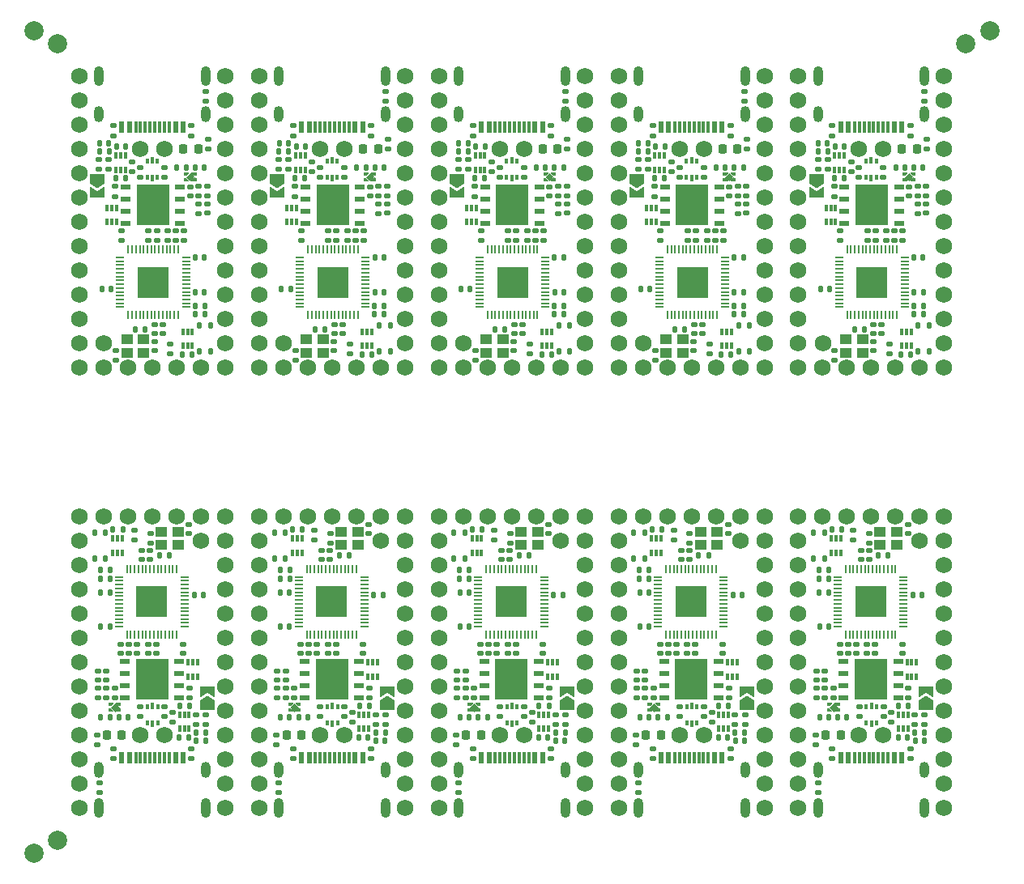
<source format=gts>
G04 #@! TF.GenerationSoftware,KiCad,Pcbnew,(6.0.7)*
G04 #@! TF.CreationDate,2022-09-18T17:12:15+02:00*
G04 #@! TF.ProjectId,helios-panel,68656c69-6f73-42d7-9061-6e656c2e6b69,rev1.0*
G04 #@! TF.SameCoordinates,Original*
G04 #@! TF.FileFunction,Soldermask,Top*
G04 #@! TF.FilePolarity,Negative*
%FSLAX46Y46*%
G04 Gerber Fmt 4.6, Leading zero omitted, Abs format (unit mm)*
G04 Created by KiCad (PCBNEW (6.0.7)) date 2022-09-18 17:12:15*
%MOMM*%
%LPD*%
G01*
G04 APERTURE LIST*
G04 Aperture macros list*
%AMRoundRect*
0 Rectangle with rounded corners*
0 $1 Rounding radius*
0 $2 $3 $4 $5 $6 $7 $8 $9 X,Y pos of 4 corners*
0 Add a 4 corners polygon primitive as box body*
4,1,4,$2,$3,$4,$5,$6,$7,$8,$9,$2,$3,0*
0 Add four circle primitives for the rounded corners*
1,1,$1+$1,$2,$3*
1,1,$1+$1,$4,$5*
1,1,$1+$1,$6,$7*
1,1,$1+$1,$8,$9*
0 Add four rect primitives between the rounded corners*
20,1,$1+$1,$2,$3,$4,$5,0*
20,1,$1+$1,$4,$5,$6,$7,0*
20,1,$1+$1,$6,$7,$8,$9,0*
20,1,$1+$1,$8,$9,$2,$3,0*%
%AMFreePoly0*
4,1,6,1.000000,0.000000,0.500000,-0.750000,-0.500000,-0.750000,-0.500000,0.750000,0.500000,0.750000,1.000000,0.000000,1.000000,0.000000,$1*%
%AMFreePoly1*
4,1,6,0.500000,-0.750000,-0.650000,-0.750000,-0.150000,0.000000,-0.650000,0.750000,0.500000,0.750000,0.500000,-0.750000,0.500000,-0.750000,$1*%
G04 Aperture macros list end*
%ADD10C,0.010000*%
%ADD11RoundRect,0.140000X-0.170000X0.140000X-0.170000X-0.140000X0.170000X-0.140000X0.170000X0.140000X0*%
%ADD12RoundRect,0.135000X0.135000X0.185000X-0.135000X0.185000X-0.135000X-0.185000X0.135000X-0.185000X0*%
%ADD13RoundRect,0.140000X-0.140000X-0.170000X0.140000X-0.170000X0.140000X0.170000X-0.140000X0.170000X0*%
%ADD14RoundRect,0.135000X-0.185000X0.135000X-0.185000X-0.135000X0.185000X-0.135000X0.185000X0.135000X0*%
%ADD15RoundRect,0.140000X0.170000X-0.140000X0.170000X0.140000X-0.170000X0.140000X-0.170000X-0.140000X0*%
%ADD16RoundRect,0.135000X-0.135000X-0.185000X0.135000X-0.185000X0.135000X0.185000X-0.135000X0.185000X0*%
%ADD17RoundRect,0.135000X0.185000X-0.135000X0.185000X0.135000X-0.185000X0.135000X-0.185000X-0.135000X0*%
%ADD18R,0.340000X0.700000*%
%ADD19RoundRect,0.140000X0.140000X0.170000X-0.140000X0.170000X-0.140000X-0.170000X0.140000X-0.170000X0*%
%ADD20RoundRect,0.137500X-0.137500X0.212500X-0.137500X-0.212500X0.137500X-0.212500X0.137500X0.212500X0*%
%ADD21RoundRect,0.050000X0.387500X0.050000X-0.387500X0.050000X-0.387500X-0.050000X0.387500X-0.050000X0*%
%ADD22RoundRect,0.050000X0.050000X0.387500X-0.050000X0.387500X-0.050000X-0.387500X0.050000X-0.387500X0*%
%ADD23R,3.200000X3.200000*%
%ADD24R,0.600000X1.150000*%
%ADD25R,0.300000X1.150000*%
%ADD26O,1.000000X1.700000*%
%ADD27O,1.000000X2.100000*%
%ADD28RoundRect,0.147500X0.172500X-0.147500X0.172500X0.147500X-0.172500X0.147500X-0.172500X-0.147500X0*%
%ADD29RoundRect,0.147500X-0.172500X0.147500X-0.172500X-0.147500X0.172500X-0.147500X0.172500X0.147500X0*%
%ADD30R,1.150000X1.000000*%
%ADD31RoundRect,0.050000X-0.387500X-0.050000X0.387500X-0.050000X0.387500X0.050000X-0.387500X0.050000X0*%
%ADD32RoundRect,0.050000X-0.050000X-0.387500X0.050000X-0.387500X0.050000X0.387500X-0.050000X0.387500X0*%
%ADD33C,2.000000*%
%ADD34RoundRect,0.026400X-0.493600X-0.193600X0.493600X-0.193600X0.493600X0.193600X-0.493600X0.193600X0*%
%ADD35R,3.400000X4.300000*%
%ADD36R,0.375000X0.500000*%
%ADD37R,0.300000X0.650000*%
%ADD38RoundRect,0.218750X0.218750X0.256250X-0.218750X0.256250X-0.218750X-0.256250X0.218750X-0.256250X0*%
%ADD39RoundRect,0.137500X0.137500X-0.212500X0.137500X0.212500X-0.137500X0.212500X-0.137500X-0.212500X0*%
%ADD40C,1.752600*%
%ADD41FreePoly0,270.000000*%
%ADD42FreePoly1,270.000000*%
%ADD43RoundRect,0.026400X0.493600X0.193600X-0.493600X0.193600X-0.493600X-0.193600X0.493600X-0.193600X0*%
%ADD44FreePoly0,90.000000*%
%ADD45FreePoly1,90.000000*%
%ADD46RoundRect,0.218750X-0.218750X-0.256250X0.218750X-0.256250X0.218750X0.256250X-0.218750X0.256250X0*%
G04 APERTURE END LIST*
G04 #@! TO.C,U2*
G36*
X38028143Y73253143D02*
G01*
X37615000Y72840001D01*
X37201857Y73253143D01*
X37615000Y73666286D01*
X38028143Y73253143D01*
G37*
D10*
X38028143Y73253143D02*
X37615000Y72840001D01*
X37201857Y73253143D01*
X37615000Y73666286D01*
X38028143Y73253143D01*
G36*
X38275000Y72775000D02*
G01*
X37750000Y72775000D01*
X37750000Y72905000D01*
X37995000Y73155000D01*
X38275000Y73155000D01*
X38275000Y72775000D01*
G37*
G36*
X37480000Y73605000D02*
G01*
X37235000Y73355000D01*
X36955000Y73355000D01*
X36955000Y73735000D01*
X37480000Y73735000D01*
X37480000Y73605000D01*
G37*
G36*
X37480000Y72905000D02*
G01*
X37480000Y72775000D01*
X36955000Y72775000D01*
X36955000Y73155000D01*
X37235000Y73155000D01*
X37480000Y72905000D01*
G37*
G36*
X38275000Y73355000D02*
G01*
X37995000Y73355000D01*
X37750000Y73605000D01*
X37750000Y73735000D01*
X38275000Y73735000D01*
X38275000Y73355000D01*
G37*
G36*
X93820000Y72905000D02*
G01*
X93820000Y72775000D01*
X93295000Y72775000D01*
X93295000Y73155000D01*
X93575000Y73155000D01*
X93820000Y72905000D01*
G37*
G36*
X94615000Y73355000D02*
G01*
X94335000Y73355000D01*
X94090000Y73605000D01*
X94090000Y73735000D01*
X94615000Y73735000D01*
X94615000Y73355000D01*
G37*
G36*
X93820000Y73605000D02*
G01*
X93575000Y73355000D01*
X93295000Y73355000D01*
X93295000Y73735000D01*
X93820000Y73735000D01*
X93820000Y73605000D01*
G37*
G36*
X94368143Y73253143D02*
G01*
X93955000Y72840001D01*
X93541857Y73253143D01*
X93955000Y73666286D01*
X94368143Y73253143D01*
G37*
X94368143Y73253143D02*
X93955000Y72840001D01*
X93541857Y73253143D01*
X93955000Y73666286D01*
X94368143Y73253143D01*
G36*
X94615000Y72775000D02*
G01*
X94090000Y72775000D01*
X94090000Y72905000D01*
X94335000Y73155000D01*
X94615000Y73155000D01*
X94615000Y72775000D01*
G37*
G36*
X11358143Y17786857D02*
G01*
X10945000Y17373714D01*
X10531857Y17786857D01*
X10945000Y18199999D01*
X11358143Y17786857D01*
G37*
X11358143Y17786857D02*
X10945000Y17373714D01*
X10531857Y17786857D01*
X10945000Y18199999D01*
X11358143Y17786857D01*
G36*
X10810000Y18135000D02*
G01*
X10565000Y17885000D01*
X10285000Y17885000D01*
X10285000Y18265000D01*
X10810000Y18265000D01*
X10810000Y18135000D01*
G37*
G36*
X11605000Y17885000D02*
G01*
X11325000Y17885000D01*
X11080000Y18135000D01*
X11080000Y18265000D01*
X11605000Y18265000D01*
X11605000Y17885000D01*
G37*
G36*
X11605000Y17305000D02*
G01*
X11080000Y17305000D01*
X11080000Y17435000D01*
X11325000Y17685000D01*
X11605000Y17685000D01*
X11605000Y17305000D01*
G37*
G36*
X10810000Y17435000D02*
G01*
X10810000Y17305000D01*
X10285000Y17305000D01*
X10285000Y17685000D01*
X10565000Y17685000D01*
X10810000Y17435000D01*
G37*
G36*
X48918143Y17786857D02*
G01*
X48505000Y17373714D01*
X48091857Y17786857D01*
X48505000Y18199999D01*
X48918143Y17786857D01*
G37*
X48918143Y17786857D02*
X48505000Y17373714D01*
X48091857Y17786857D01*
X48505000Y18199999D01*
X48918143Y17786857D01*
G36*
X48370000Y18135000D02*
G01*
X48125000Y17885000D01*
X47845000Y17885000D01*
X47845000Y18265000D01*
X48370000Y18265000D01*
X48370000Y18135000D01*
G37*
G36*
X48370000Y17435000D02*
G01*
X48370000Y17305000D01*
X47845000Y17305000D01*
X47845000Y17685000D01*
X48125000Y17685000D01*
X48370000Y17435000D01*
G37*
G36*
X49165000Y17885000D02*
G01*
X48885000Y17885000D01*
X48640000Y18135000D01*
X48640000Y18265000D01*
X49165000Y18265000D01*
X49165000Y17885000D01*
G37*
G36*
X49165000Y17305000D02*
G01*
X48640000Y17305000D01*
X48640000Y17435000D01*
X48885000Y17685000D01*
X49165000Y17685000D01*
X49165000Y17305000D01*
G37*
G36*
X75835000Y73355000D02*
G01*
X75555000Y73355000D01*
X75310000Y73605000D01*
X75310000Y73735000D01*
X75835000Y73735000D01*
X75835000Y73355000D01*
G37*
G36*
X75835000Y72775000D02*
G01*
X75310000Y72775000D01*
X75310000Y72905000D01*
X75555000Y73155000D01*
X75835000Y73155000D01*
X75835000Y72775000D01*
G37*
G36*
X75040000Y73605000D02*
G01*
X74795000Y73355000D01*
X74515000Y73355000D01*
X74515000Y73735000D01*
X75040000Y73735000D01*
X75040000Y73605000D01*
G37*
G36*
X75588143Y73253143D02*
G01*
X75175000Y72840001D01*
X74761857Y73253143D01*
X75175000Y73666286D01*
X75588143Y73253143D01*
G37*
X75588143Y73253143D02*
X75175000Y72840001D01*
X74761857Y73253143D01*
X75175000Y73666286D01*
X75588143Y73253143D01*
G36*
X75040000Y72905000D02*
G01*
X75040000Y72775000D01*
X74515000Y72775000D01*
X74515000Y73155000D01*
X74795000Y73155000D01*
X75040000Y72905000D01*
G37*
G36*
X18700000Y72905000D02*
G01*
X18700000Y72775000D01*
X18175000Y72775000D01*
X18175000Y73155000D01*
X18455000Y73155000D01*
X18700000Y72905000D01*
G37*
G36*
X19495000Y73355000D02*
G01*
X19215000Y73355000D01*
X18970000Y73605000D01*
X18970000Y73735000D01*
X19495000Y73735000D01*
X19495000Y73355000D01*
G37*
G36*
X19248143Y73253143D02*
G01*
X18835000Y72840001D01*
X18421857Y73253143D01*
X18835000Y73666286D01*
X19248143Y73253143D01*
G37*
X19248143Y73253143D02*
X18835000Y72840001D01*
X18421857Y73253143D01*
X18835000Y73666286D01*
X19248143Y73253143D01*
G36*
X19495000Y72775000D02*
G01*
X18970000Y72775000D01*
X18970000Y72905000D01*
X19215000Y73155000D01*
X19495000Y73155000D01*
X19495000Y72775000D01*
G37*
G36*
X18700000Y73605000D02*
G01*
X18455000Y73355000D01*
X18175000Y73355000D01*
X18175000Y73735000D01*
X18700000Y73735000D01*
X18700000Y73605000D01*
G37*
G36*
X67945000Y17305000D02*
G01*
X67420000Y17305000D01*
X67420000Y17435000D01*
X67665000Y17685000D01*
X67945000Y17685000D01*
X67945000Y17305000D01*
G37*
G36*
X67945000Y17885000D02*
G01*
X67665000Y17885000D01*
X67420000Y18135000D01*
X67420000Y18265000D01*
X67945000Y18265000D01*
X67945000Y17885000D01*
G37*
G36*
X67150000Y17435000D02*
G01*
X67150000Y17305000D01*
X66625000Y17305000D01*
X66625000Y17685000D01*
X66905000Y17685000D01*
X67150000Y17435000D01*
G37*
G36*
X67150000Y18135000D02*
G01*
X66905000Y17885000D01*
X66625000Y17885000D01*
X66625000Y18265000D01*
X67150000Y18265000D01*
X67150000Y18135000D01*
G37*
G36*
X67698143Y17786857D02*
G01*
X67285000Y17373714D01*
X66871857Y17786857D01*
X67285000Y18199999D01*
X67698143Y17786857D01*
G37*
X67698143Y17786857D02*
X67285000Y17373714D01*
X66871857Y17786857D01*
X67285000Y18199999D01*
X67698143Y17786857D01*
G36*
X29590000Y18135000D02*
G01*
X29345000Y17885000D01*
X29065000Y17885000D01*
X29065000Y18265000D01*
X29590000Y18265000D01*
X29590000Y18135000D01*
G37*
G36*
X29590000Y17435000D02*
G01*
X29590000Y17305000D01*
X29065000Y17305000D01*
X29065000Y17685000D01*
X29345000Y17685000D01*
X29590000Y17435000D01*
G37*
G36*
X30138143Y17786857D02*
G01*
X29725000Y17373714D01*
X29311857Y17786857D01*
X29725000Y18199999D01*
X30138143Y17786857D01*
G37*
X30138143Y17786857D02*
X29725000Y17373714D01*
X29311857Y17786857D01*
X29725000Y18199999D01*
X30138143Y17786857D01*
G36*
X30385000Y17885000D02*
G01*
X30105000Y17885000D01*
X29860000Y18135000D01*
X29860000Y18265000D01*
X30385000Y18265000D01*
X30385000Y17885000D01*
G37*
G36*
X30385000Y17305000D02*
G01*
X29860000Y17305000D01*
X29860000Y17435000D01*
X30105000Y17685000D01*
X30385000Y17685000D01*
X30385000Y17305000D01*
G37*
G36*
X56260000Y73605000D02*
G01*
X56015000Y73355000D01*
X55735000Y73355000D01*
X55735000Y73735000D01*
X56260000Y73735000D01*
X56260000Y73605000D01*
G37*
G36*
X57055000Y72775000D02*
G01*
X56530000Y72775000D01*
X56530000Y72905000D01*
X56775000Y73155000D01*
X57055000Y73155000D01*
X57055000Y72775000D01*
G37*
G36*
X56260000Y72905000D02*
G01*
X56260000Y72775000D01*
X55735000Y72775000D01*
X55735000Y73155000D01*
X56015000Y73155000D01*
X56260000Y72905000D01*
G37*
G36*
X57055000Y73355000D02*
G01*
X56775000Y73355000D01*
X56530000Y73605000D01*
X56530000Y73735000D01*
X57055000Y73735000D01*
X57055000Y73355000D01*
G37*
G36*
X56808143Y73253143D02*
G01*
X56395000Y72840001D01*
X55981857Y73253143D01*
X56395000Y73666286D01*
X56808143Y73253143D01*
G37*
X56808143Y73253143D02*
X56395000Y72840001D01*
X55981857Y73253143D01*
X56395000Y73666286D01*
X56808143Y73253143D01*
G36*
X86725000Y17305000D02*
G01*
X86200000Y17305000D01*
X86200000Y17435000D01*
X86445000Y17685000D01*
X86725000Y17685000D01*
X86725000Y17305000D01*
G37*
G36*
X86478143Y17786857D02*
G01*
X86065000Y17373714D01*
X85651857Y17786857D01*
X86065000Y18199999D01*
X86478143Y17786857D01*
G37*
X86478143Y17786857D02*
X86065000Y17373714D01*
X85651857Y17786857D01*
X86065000Y18199999D01*
X86478143Y17786857D01*
G36*
X85930000Y18135000D02*
G01*
X85685000Y17885000D01*
X85405000Y17885000D01*
X85405000Y18265000D01*
X85930000Y18265000D01*
X85930000Y18135000D01*
G37*
G36*
X85930000Y17435000D02*
G01*
X85930000Y17305000D01*
X85405000Y17305000D01*
X85405000Y17685000D01*
X85685000Y17685000D01*
X85930000Y17435000D01*
G37*
G36*
X86725000Y17885000D02*
G01*
X86445000Y17885000D01*
X86200000Y18135000D01*
X86200000Y18265000D01*
X86725000Y18265000D01*
X86725000Y17885000D01*
G37*
G04 #@! TD*
D11*
G04 #@! TO.C,C19*
X72325000Y57810000D03*
X72325000Y56850000D03*
G04 #@! TD*
D12*
G04 #@! TO.C,R1*
X49340000Y36385000D03*
X48320000Y36385000D03*
G04 #@! TD*
D13*
G04 #@! TO.C,C13*
X38125000Y64830000D03*
X39085000Y64830000D03*
G04 #@! TD*
D14*
G04 #@! TO.C,R13*
X69975000Y17840000D03*
X69975000Y16820000D03*
G04 #@! TD*
D13*
G04 #@! TO.C,C15*
X94360000Y29535000D03*
X95320000Y29535000D03*
G04 #@! TD*
D15*
G04 #@! TO.C,C14*
X52895000Y66650000D03*
X52895000Y67610000D03*
G04 #@! TD*
D16*
G04 #@! TO.C,R9*
X67365000Y73150000D03*
X68385000Y73150000D03*
G04 #@! TD*
D14*
G04 #@! TO.C,R11*
X56330000Y19820000D03*
X56330000Y18800000D03*
G04 #@! TD*
D17*
G04 #@! TO.C,R8*
X18955000Y12450000D03*
X18955000Y13470000D03*
G04 #@! TD*
D11*
G04 #@! TO.C,C3*
X27865000Y14850000D03*
X27865000Y13890000D03*
G04 #@! TD*
D14*
G04 #@! TO.C,R7*
X94075000Y78590000D03*
X94075000Y77570000D03*
G04 #@! TD*
D18*
G04 #@! TO.C,U5*
X85280000Y68530000D03*
X85780000Y68530000D03*
X86280000Y68530000D03*
X86280000Y70030000D03*
X85780000Y70030000D03*
X85280000Y70030000D03*
G04 #@! TD*
D14*
G04 #@! TO.C,R15*
X85165000Y19797500D03*
X85165000Y18777500D03*
G04 #@! TD*
G04 #@! TO.C,R8*
X85945000Y78590000D03*
X85945000Y77570000D03*
G04 #@! TD*
D19*
G04 #@! TO.C,C1*
X47875000Y76780000D03*
X46915000Y76780000D03*
G04 #@! TD*
D20*
G04 #@! TO.C,SW1*
X96060000Y55030000D03*
X96060000Y57730000D03*
X94910000Y55030000D03*
X94910000Y57730000D03*
G04 #@! TD*
D21*
G04 #@! TO.C,U4*
X55817500Y26210000D03*
X55817500Y26610000D03*
X55817500Y27010000D03*
X55817500Y27410000D03*
X55817500Y27810000D03*
X55817500Y28210000D03*
X55817500Y28610000D03*
X55817500Y29010000D03*
X55817500Y29410000D03*
X55817500Y29810000D03*
X55817500Y30210000D03*
X55817500Y30610000D03*
X55817500Y31010000D03*
X55817500Y31410000D03*
D22*
X54980000Y32247500D03*
X54580000Y32247500D03*
X54180000Y32247500D03*
X53780000Y32247500D03*
X53380000Y32247500D03*
X52980000Y32247500D03*
X52580000Y32247500D03*
X52180000Y32247500D03*
X51780000Y32247500D03*
X51380000Y32247500D03*
X50980000Y32247500D03*
X50580000Y32247500D03*
X50180000Y32247500D03*
X49780000Y32247500D03*
D21*
X48942500Y31410000D03*
X48942500Y31010000D03*
X48942500Y30610000D03*
X48942500Y30210000D03*
X48942500Y29810000D03*
X48942500Y29410000D03*
X48942500Y29010000D03*
X48942500Y28610000D03*
X48942500Y28210000D03*
X48942500Y27810000D03*
X48942500Y27410000D03*
X48942500Y27010000D03*
X48942500Y26610000D03*
X48942500Y26210000D03*
D22*
X49780000Y25372500D03*
X50180000Y25372500D03*
X50580000Y25372500D03*
X50980000Y25372500D03*
X51380000Y25372500D03*
X51780000Y25372500D03*
X52180000Y25372500D03*
X52580000Y25372500D03*
X52980000Y25372500D03*
X53380000Y25372500D03*
X53780000Y25372500D03*
X54180000Y25372500D03*
X54580000Y25372500D03*
X54980000Y25372500D03*
D23*
X52380000Y28810000D03*
G04 #@! TD*
D12*
G04 #@! TO.C,R9*
X75095000Y17890000D03*
X74075000Y17890000D03*
G04 #@! TD*
D24*
G04 #@! TO.C,J1*
X11690000Y12540000D03*
X12490000Y12540000D03*
D25*
X13640000Y12540000D03*
X14640000Y12540000D03*
X15140000Y12540000D03*
X16140000Y12540000D03*
D24*
X17290000Y12540000D03*
X18090000Y12540000D03*
X18090000Y12540000D03*
X17290000Y12540000D03*
D25*
X16640000Y12540000D03*
X15640000Y12540000D03*
X14140000Y12540000D03*
X13140000Y12540000D03*
D24*
X12490000Y12540000D03*
X11690000Y12540000D03*
D26*
X9315000Y11240000D03*
X20465000Y11240000D03*
D27*
X20465000Y7240000D03*
X9315000Y7240000D03*
G04 #@! TD*
D28*
G04 #@! TO.C,D1*
X65495000Y20622500D03*
X65495000Y21592500D03*
G04 #@! TD*
D17*
G04 #@! TO.C,R4*
X29115000Y74045000D03*
X29115000Y75065000D03*
G04 #@! TD*
G04 #@! TO.C,R6*
X76810000Y15975000D03*
X76810000Y16995000D03*
G04 #@! TD*
D14*
G04 #@! TO.C,R7*
X37735000Y78590000D03*
X37735000Y77570000D03*
G04 #@! TD*
D13*
G04 #@! TO.C,C4*
X56905000Y74270000D03*
X57865000Y74270000D03*
G04 #@! TD*
D19*
G04 #@! TO.C,C4*
X47995000Y16770000D03*
X47035000Y16770000D03*
G04 #@! TD*
D11*
G04 #@! TO.C,C17*
X15295000Y24390000D03*
X15295000Y23430000D03*
G04 #@! TD*
D29*
G04 #@! TO.C,D1*
X58185000Y70417500D03*
X58185000Y69447500D03*
G04 #@! TD*
D18*
G04 #@! TO.C,U5*
X19620000Y22510000D03*
X19120000Y22510000D03*
X18620000Y22510000D03*
X18620000Y21010000D03*
X19120000Y21010000D03*
X19620000Y21010000D03*
G04 #@! TD*
D11*
G04 #@! TO.C,C8*
X93835000Y36930000D03*
X93835000Y35970000D03*
G04 #@! TD*
D19*
G04 #@! TO.C,C1*
X29095000Y76780000D03*
X28135000Y76780000D03*
G04 #@! TD*
D28*
G04 #@! TO.C,D2*
X85165000Y20632500D03*
X85165000Y21602500D03*
G04 #@! TD*
D14*
G04 #@! TO.C,R2*
X73335000Y17270000D03*
X73335000Y16250000D03*
G04 #@! TD*
D20*
G04 #@! TO.C,SW1*
X39720000Y57730000D03*
X39720000Y55030000D03*
X38570000Y57730000D03*
X38570000Y55030000D03*
G04 #@! TD*
D30*
G04 #@! TO.C,Y1*
X87330000Y54880000D03*
X89080000Y54880000D03*
X89080000Y56280000D03*
X87330000Y56280000D03*
G04 #@! TD*
D18*
G04 #@! TO.C,Q1*
X29500000Y33960000D03*
X30000000Y33960000D03*
X30500000Y33960000D03*
X30500000Y35460000D03*
X30000000Y35460000D03*
X29500000Y35460000D03*
G04 #@! TD*
D11*
G04 #@! TO.C,C3*
X9085000Y14850000D03*
X9085000Y13890000D03*
G04 #@! TD*
D24*
G04 #@! TO.C,J1*
X93210000Y78500000D03*
X92410000Y78500000D03*
D25*
X91260000Y78500000D03*
X90260000Y78500000D03*
X89760000Y78500000D03*
X88760000Y78500000D03*
D24*
X87610000Y78500000D03*
X86810000Y78500000D03*
X86810000Y78500000D03*
X87610000Y78500000D03*
D25*
X88260000Y78500000D03*
X89260000Y78500000D03*
X90760000Y78500000D03*
X91760000Y78500000D03*
D24*
X92410000Y78500000D03*
X93210000Y78500000D03*
D26*
X95585000Y79800000D03*
X84435000Y79800000D03*
D27*
X84435000Y83800000D03*
X95585000Y83800000D03*
G04 #@! TD*
D20*
G04 #@! TO.C,SW1*
X58500000Y55030000D03*
X58500000Y57730000D03*
X57350000Y55030000D03*
X57350000Y57730000D03*
G04 #@! TD*
D18*
G04 #@! TO.C,U5*
X38400000Y22510000D03*
X37900000Y22510000D03*
X37400000Y22510000D03*
X37400000Y21010000D03*
X37900000Y21010000D03*
X38400000Y21010000D03*
G04 #@! TD*
D16*
G04 #@! TO.C,R16*
X65775000Y31260000D03*
X66795000Y31260000D03*
G04 #@! TD*
D31*
G04 #@! TO.C,U4*
X67862500Y64830000D03*
X67862500Y64430000D03*
X67862500Y64030000D03*
X67862500Y63630000D03*
X67862500Y63230000D03*
X67862500Y62830000D03*
X67862500Y62430000D03*
X67862500Y62030000D03*
X67862500Y61630000D03*
X67862500Y61230000D03*
X67862500Y60830000D03*
X67862500Y60430000D03*
X67862500Y60030000D03*
X67862500Y59630000D03*
D32*
X68700000Y58792500D03*
X69100000Y58792500D03*
X69500000Y58792500D03*
X69900000Y58792500D03*
X70300000Y58792500D03*
X70700000Y58792500D03*
X71100000Y58792500D03*
X71500000Y58792500D03*
X71900000Y58792500D03*
X72300000Y58792500D03*
X72700000Y58792500D03*
X73100000Y58792500D03*
X73500000Y58792500D03*
X73900000Y58792500D03*
D31*
X74737500Y59630000D03*
X74737500Y60030000D03*
X74737500Y60430000D03*
X74737500Y60830000D03*
X74737500Y61230000D03*
X74737500Y61630000D03*
X74737500Y62030000D03*
X74737500Y62430000D03*
X74737500Y62830000D03*
X74737500Y63230000D03*
X74737500Y63630000D03*
X74737500Y64030000D03*
X74737500Y64430000D03*
X74737500Y64830000D03*
D32*
X73900000Y65667500D03*
X73500000Y65667500D03*
X73100000Y65667500D03*
X72700000Y65667500D03*
X72300000Y65667500D03*
X71900000Y65667500D03*
X71500000Y65667500D03*
X71100000Y65667500D03*
X70700000Y65667500D03*
X70300000Y65667500D03*
X69900000Y65667500D03*
X69500000Y65667500D03*
X69100000Y65667500D03*
X68700000Y65667500D03*
D23*
X71300000Y62230000D03*
G04 #@! TD*
D19*
G04 #@! TO.C,C15*
X29320000Y61505000D03*
X28360000Y61505000D03*
G04 #@! TD*
G04 #@! TO.C,C13*
X10435000Y26210000D03*
X9475000Y26210000D03*
G04 #@! TD*
D12*
G04 #@! TO.C,R5*
X85465000Y75905000D03*
X84445000Y75905000D03*
G04 #@! TD*
D15*
G04 #@! TO.C,C18*
X74525000Y66650000D03*
X74525000Y67610000D03*
G04 #@! TD*
D13*
G04 #@! TO.C,C5*
X86495000Y16770000D03*
X87455000Y16770000D03*
G04 #@! TD*
D18*
G04 #@! TO.C,Q1*
X75400000Y57080000D03*
X74900000Y57080000D03*
X74400000Y57080000D03*
X74400000Y55580000D03*
X74900000Y55580000D03*
X75400000Y55580000D03*
G04 #@! TD*
G04 #@! TO.C,Q2*
X67400000Y74005000D03*
X67900000Y74005000D03*
X68400000Y74005000D03*
X68400000Y75505000D03*
X67900000Y75505000D03*
X67400000Y75505000D03*
G04 #@! TD*
D17*
G04 #@! TO.C,R2*
X31565000Y73770000D03*
X31565000Y74790000D03*
G04 #@! TD*
G04 #@! TO.C,R10*
X95745000Y71242500D03*
X95745000Y72262500D03*
G04 #@! TD*
D33*
G04 #@! TO.C,REF\u002A\u002A*
X5000000Y87190000D03*
G04 #@! TD*
D14*
G04 #@! TO.C,R3*
X88140000Y36320000D03*
X88140000Y35300000D03*
G04 #@! TD*
D15*
G04 #@! TO.C,C16*
X67995000Y66640000D03*
X67995000Y67600000D03*
G04 #@! TD*
D14*
G04 #@! TO.C,R15*
X10045000Y19797500D03*
X10045000Y18777500D03*
G04 #@! TD*
D17*
G04 #@! TO.C,R12*
X51165000Y73200000D03*
X51165000Y74220000D03*
G04 #@! TD*
D15*
G04 #@! TO.C,C18*
X36965000Y66650000D03*
X36965000Y67610000D03*
G04 #@! TD*
G04 #@! TO.C,C9*
X50005000Y23430000D03*
X50005000Y24390000D03*
G04 #@! TD*
G04 #@! TO.C,C6*
X10945000Y18810000D03*
X10945000Y19770000D03*
G04 #@! TD*
G04 #@! TO.C,C8*
X48625000Y54110000D03*
X48625000Y55070000D03*
G04 #@! TD*
D11*
G04 #@! TO.C,C18*
X11595000Y24390000D03*
X11595000Y23430000D03*
G04 #@! TD*
D19*
G04 #@! TO.C,C4*
X29215000Y16770000D03*
X28255000Y16770000D03*
G04 #@! TD*
D34*
G04 #@! TO.C,U3*
X30870000Y72235000D03*
X30870000Y70965000D03*
X30870000Y69695000D03*
X30870000Y68425000D03*
X36560000Y68425000D03*
X36560000Y69695000D03*
X36560000Y70965000D03*
X36560000Y72235000D03*
D35*
X33715000Y70330000D03*
G04 #@! TD*
D15*
G04 #@! TO.C,C19*
X51355000Y33230000D03*
X51355000Y34190000D03*
G04 #@! TD*
D11*
G04 #@! TO.C,C16*
X74465000Y24400000D03*
X74465000Y23440000D03*
G04 #@! TD*
D15*
G04 #@! TO.C,C11*
X52205000Y33230000D03*
X52205000Y34190000D03*
G04 #@! TD*
D14*
G04 #@! TO.C,R8*
X10825000Y78590000D03*
X10825000Y77570000D03*
G04 #@! TD*
D11*
G04 #@! TO.C,C9*
X92455000Y67610000D03*
X92455000Y66650000D03*
G04 #@! TD*
D14*
G04 #@! TO.C,R7*
X75295000Y78590000D03*
X75295000Y77570000D03*
G04 #@! TD*
D19*
G04 #@! TO.C,C15*
X85660000Y61505000D03*
X84700000Y61505000D03*
G04 #@! TD*
D15*
G04 #@! TO.C,C10*
X50855000Y23430000D03*
X50855000Y24390000D03*
G04 #@! TD*
D29*
G04 #@! TO.C,D2*
X19735000Y70407500D03*
X19735000Y69437500D03*
G04 #@! TD*
D16*
G04 #@! TO.C,R16*
X84555000Y31260000D03*
X85575000Y31260000D03*
G04 #@! TD*
D14*
G04 #@! TO.C,R15*
X66385000Y19797500D03*
X66385000Y18777500D03*
G04 #@! TD*
D16*
G04 #@! TO.C,R16*
X28215000Y31260000D03*
X29235000Y31260000D03*
G04 #@! TD*
D33*
G04 #@! TO.C,REF\u002A\u002A*
X99900000Y87190000D03*
G04 #@! TD*
D13*
G04 #@! TO.C,C5*
X11375000Y16770000D03*
X12335000Y16770000D03*
G04 #@! TD*
D36*
G04 #@! TO.C,U1*
X14337500Y73200000D03*
D37*
X14875000Y73125000D03*
D36*
X15412500Y73200000D03*
X15412500Y74900000D03*
D37*
X14875000Y74975000D03*
D36*
X14337500Y74900000D03*
G04 #@! TD*
D13*
G04 #@! TO.C,C4*
X94465000Y74270000D03*
X95425000Y74270000D03*
G04 #@! TD*
D11*
G04 #@! TO.C,C14*
X14445000Y24390000D03*
X14445000Y23430000D03*
G04 #@! TD*
D38*
G04 #@! TO.C,F1*
X49242500Y14860000D03*
X47667500Y14860000D03*
G04 #@! TD*
D17*
G04 #@! TO.C,R7*
X48385000Y12450000D03*
X48385000Y13470000D03*
G04 #@! TD*
G04 #@! TO.C,FB1*
X58015000Y81190000D03*
X58015000Y82210000D03*
G04 #@! TD*
G04 #@! TO.C,R8*
X94075000Y12450000D03*
X94075000Y13470000D03*
G04 #@! TD*
D15*
G04 #@! TO.C,C19*
X88915000Y33230000D03*
X88915000Y34190000D03*
G04 #@! TD*
D39*
G04 #@! TO.C,SW1*
X83960000Y36010000D03*
X83960000Y33310000D03*
X85110000Y36010000D03*
X85110000Y33310000D03*
G04 #@! TD*
D17*
G04 #@! TO.C,R15*
X76075000Y71242500D03*
X76075000Y72262500D03*
G04 #@! TD*
D40*
G04 #@! TO.C,J2*
X26050000Y83770000D03*
X26050000Y81230000D03*
X26050000Y78690000D03*
X26050000Y76150000D03*
X26050000Y73610000D03*
X26050000Y71070000D03*
X26050000Y68530000D03*
X26050000Y65990000D03*
X26050000Y63450000D03*
X26050000Y60910000D03*
X26050000Y58370000D03*
X26050000Y55830000D03*
X26050000Y53290000D03*
X28590000Y53290000D03*
X31130000Y53290000D03*
X33670000Y53290000D03*
X36210000Y53290000D03*
X38750000Y53290000D03*
X41290000Y53290000D03*
X41290000Y55830000D03*
X41290000Y58370000D03*
X41290000Y60910000D03*
X41290000Y63450000D03*
X41290000Y65990000D03*
X41290000Y68530000D03*
X41290000Y71070000D03*
X41290000Y73610000D03*
X41290000Y76150000D03*
X41290000Y78690000D03*
X41290000Y81230000D03*
X41290000Y83770000D03*
X28595000Y55830000D03*
X34940000Y76150000D03*
X32400000Y76150000D03*
G04 #@! TD*
D12*
G04 #@! TO.C,R16*
X76685000Y59780000D03*
X75665000Y59780000D03*
G04 #@! TD*
D13*
G04 #@! TO.C,C4*
X38125000Y74270000D03*
X39085000Y74270000D03*
G04 #@! TD*
D18*
G04 #@! TO.C,U5*
X57180000Y22510000D03*
X56680000Y22510000D03*
X56180000Y22510000D03*
X56180000Y21010000D03*
X56680000Y21010000D03*
X57180000Y21010000D03*
G04 #@! TD*
D13*
G04 #@! TO.C,C2*
X86250000Y76455000D03*
X87210000Y76455000D03*
G04 #@! TD*
D40*
G04 #@! TO.C,J2*
X60070000Y7270000D03*
X60070000Y9810000D03*
X60070000Y12350000D03*
X60070000Y14890000D03*
X60070000Y17430000D03*
X60070000Y19970000D03*
X60070000Y22510000D03*
X60070000Y25050000D03*
X60070000Y27590000D03*
X60070000Y30130000D03*
X60070000Y32670000D03*
X60070000Y35210000D03*
X60070000Y37750000D03*
X57530000Y37750000D03*
X54990000Y37750000D03*
X52450000Y37750000D03*
X49910000Y37750000D03*
X47370000Y37750000D03*
X44830000Y37750000D03*
X44830000Y35210000D03*
X44830000Y32670000D03*
X44830000Y30130000D03*
X44830000Y27590000D03*
X44830000Y25050000D03*
X44830000Y22510000D03*
X44830000Y19970000D03*
X44830000Y17430000D03*
X44830000Y14890000D03*
X44830000Y12350000D03*
X44830000Y9810000D03*
X44830000Y7270000D03*
X57525000Y35210000D03*
X51180000Y14890000D03*
X53720000Y14890000D03*
G04 #@! TD*
D33*
G04 #@! TO.C,REF\u002A\u002A*
X2500000Y88540000D03*
G04 #@! TD*
D17*
G04 #@! TO.C,R6*
X95590000Y15975000D03*
X95590000Y16995000D03*
G04 #@! TD*
D30*
G04 #@! TO.C,Y1*
X68550000Y54880000D03*
X70300000Y54880000D03*
X70300000Y56280000D03*
X68550000Y56280000D03*
G04 #@! TD*
D13*
G04 #@! TO.C,C1*
X57025000Y14260000D03*
X57985000Y14260000D03*
G04 #@! TD*
D11*
G04 #@! TO.C,C9*
X17335000Y67610000D03*
X17335000Y66650000D03*
G04 #@! TD*
D18*
G04 #@! TO.C,Q1*
X85840000Y33960000D03*
X86340000Y33960000D03*
X86840000Y33960000D03*
X86840000Y35460000D03*
X86340000Y35460000D03*
X85840000Y35460000D03*
G04 #@! TD*
D13*
G04 #@! TO.C,C5*
X67715000Y16770000D03*
X68675000Y16770000D03*
G04 #@! TD*
D17*
G04 #@! TO.C,R3*
X73100000Y54720000D03*
X73100000Y55740000D03*
G04 #@! TD*
D15*
G04 #@! TO.C,C9*
X87565000Y23430000D03*
X87565000Y24390000D03*
G04 #@! TD*
D30*
G04 #@! TO.C,Y1*
X55130000Y36160000D03*
X53380000Y36160000D03*
X53380000Y34760000D03*
X55130000Y34760000D03*
G04 #@! TD*
D29*
G04 #@! TO.C,D1*
X95745000Y70417500D03*
X95745000Y69447500D03*
G04 #@! TD*
D40*
G04 #@! TO.C,J2*
X22510000Y7270000D03*
X22510000Y9810000D03*
X22510000Y12350000D03*
X22510000Y14890000D03*
X22510000Y17430000D03*
X22510000Y19970000D03*
X22510000Y22510000D03*
X22510000Y25050000D03*
X22510000Y27590000D03*
X22510000Y30130000D03*
X22510000Y32670000D03*
X22510000Y35210000D03*
X22510000Y37750000D03*
X19970000Y37750000D03*
X17430000Y37750000D03*
X14890000Y37750000D03*
X12350000Y37750000D03*
X9810000Y37750000D03*
X7270000Y37750000D03*
X7270000Y35210000D03*
X7270000Y32670000D03*
X7270000Y30130000D03*
X7270000Y27590000D03*
X7270000Y25050000D03*
X7270000Y22510000D03*
X7270000Y19970000D03*
X7270000Y17430000D03*
X7270000Y14890000D03*
X7270000Y12350000D03*
X7270000Y9810000D03*
X7270000Y7270000D03*
X19965000Y35210000D03*
X13620000Y14890000D03*
X16160000Y14890000D03*
G04 #@! TD*
D19*
G04 #@! TO.C,C1*
X10315000Y76780000D03*
X9355000Y76780000D03*
G04 #@! TD*
D13*
G04 #@! TO.C,C1*
X94585000Y14260000D03*
X95545000Y14260000D03*
G04 #@! TD*
D11*
G04 #@! TO.C,C18*
X86715000Y24390000D03*
X86715000Y23430000D03*
G04 #@! TD*
D17*
G04 #@! TO.C,R10*
X58185000Y71242500D03*
X58185000Y72262500D03*
G04 #@! TD*
D36*
G04 #@! TO.C,U1*
X53002500Y17840000D03*
D37*
X52465000Y17915000D03*
D36*
X51927500Y17840000D03*
X51927500Y16140000D03*
D37*
X52465000Y16065000D03*
D36*
X53002500Y16140000D03*
G04 #@! TD*
D24*
G04 #@! TO.C,J1*
X49250000Y12540000D03*
X50050000Y12540000D03*
D25*
X51200000Y12540000D03*
X52200000Y12540000D03*
X52700000Y12540000D03*
X53700000Y12540000D03*
D24*
X54850000Y12540000D03*
X55650000Y12540000D03*
X55650000Y12540000D03*
X54850000Y12540000D03*
D25*
X54200000Y12540000D03*
X53200000Y12540000D03*
X51700000Y12540000D03*
X50700000Y12540000D03*
D24*
X50050000Y12540000D03*
X49250000Y12540000D03*
D26*
X46875000Y11240000D03*
X58025000Y11240000D03*
D27*
X58025000Y7240000D03*
X46875000Y7240000D03*
G04 #@! TD*
D12*
G04 #@! TO.C,R5*
X47905000Y75905000D03*
X46885000Y75905000D03*
G04 #@! TD*
D41*
G04 #@! TO.C,JP1*
X27925000Y73025000D03*
D42*
X27925000Y71575000D03*
G04 #@! TD*
D21*
G04 #@! TO.C,U4*
X37037500Y26210000D03*
X37037500Y26610000D03*
X37037500Y27010000D03*
X37037500Y27410000D03*
X37037500Y27810000D03*
X37037500Y28210000D03*
X37037500Y28610000D03*
X37037500Y29010000D03*
X37037500Y29410000D03*
X37037500Y29810000D03*
X37037500Y30210000D03*
X37037500Y30610000D03*
X37037500Y31010000D03*
X37037500Y31410000D03*
D22*
X36200000Y32247500D03*
X35800000Y32247500D03*
X35400000Y32247500D03*
X35000000Y32247500D03*
X34600000Y32247500D03*
X34200000Y32247500D03*
X33800000Y32247500D03*
X33400000Y32247500D03*
X33000000Y32247500D03*
X32600000Y32247500D03*
X32200000Y32247500D03*
X31800000Y32247500D03*
X31400000Y32247500D03*
X31000000Y32247500D03*
D21*
X30162500Y31410000D03*
X30162500Y31010000D03*
X30162500Y30610000D03*
X30162500Y30210000D03*
X30162500Y29810000D03*
X30162500Y29410000D03*
X30162500Y29010000D03*
X30162500Y28610000D03*
X30162500Y28210000D03*
X30162500Y27810000D03*
X30162500Y27410000D03*
X30162500Y27010000D03*
X30162500Y26610000D03*
X30162500Y26210000D03*
D22*
X31000000Y25372500D03*
X31400000Y25372500D03*
X31800000Y25372500D03*
X32200000Y25372500D03*
X32600000Y25372500D03*
X33000000Y25372500D03*
X33400000Y25372500D03*
X33800000Y25372500D03*
X34200000Y25372500D03*
X34600000Y25372500D03*
X35000000Y25372500D03*
X35400000Y25372500D03*
X35800000Y25372500D03*
X36200000Y25372500D03*
D23*
X33600000Y28810000D03*
G04 #@! TD*
D14*
G04 #@! TO.C,R13*
X88755000Y17840000D03*
X88755000Y16820000D03*
G04 #@! TD*
D15*
G04 #@! TO.C,C17*
X52045000Y66650000D03*
X52045000Y67610000D03*
G04 #@! TD*
D14*
G04 #@! TO.C,R2*
X92115000Y17270000D03*
X92115000Y16250000D03*
G04 #@! TD*
D43*
G04 #@! TO.C,U3*
X55250000Y18805000D03*
X55250000Y20075000D03*
X55250000Y21345000D03*
X55250000Y22615000D03*
X49560000Y22615000D03*
X49560000Y21345000D03*
X49560000Y20075000D03*
X49560000Y18805000D03*
D35*
X52405000Y20710000D03*
G04 #@! TD*
D40*
G04 #@! TO.C,J2*
X7270000Y83770000D03*
X7270000Y81230000D03*
X7270000Y78690000D03*
X7270000Y76150000D03*
X7270000Y73610000D03*
X7270000Y71070000D03*
X7270000Y68530000D03*
X7270000Y65990000D03*
X7270000Y63450000D03*
X7270000Y60910000D03*
X7270000Y58370000D03*
X7270000Y55830000D03*
X7270000Y53290000D03*
X9810000Y53290000D03*
X12350000Y53290000D03*
X14890000Y53290000D03*
X17430000Y53290000D03*
X19970000Y53290000D03*
X22510000Y53290000D03*
X22510000Y55830000D03*
X22510000Y58370000D03*
X22510000Y60910000D03*
X22510000Y63450000D03*
X22510000Y65990000D03*
X22510000Y68530000D03*
X22510000Y71070000D03*
X22510000Y73610000D03*
X22510000Y76150000D03*
X22510000Y78690000D03*
X22510000Y81230000D03*
X22510000Y83770000D03*
X9815000Y55830000D03*
X16160000Y76150000D03*
X13620000Y76150000D03*
G04 #@! TD*
D17*
G04 #@! TO.C,R11*
X86130000Y71220000D03*
X86130000Y72240000D03*
G04 #@! TD*
D15*
G04 #@! TO.C,C9*
X31225000Y23430000D03*
X31225000Y24390000D03*
G04 #@! TD*
D44*
G04 #@! TO.C,JP1*
X76975000Y18015000D03*
D45*
X76975000Y19465000D03*
G04 #@! TD*
D44*
G04 #@! TO.C,JP1*
X58195000Y18015000D03*
D45*
X58195000Y19465000D03*
G04 #@! TD*
D39*
G04 #@! TO.C,SW1*
X65180000Y33310000D03*
X65180000Y36010000D03*
X66330000Y33310000D03*
X66330000Y36010000D03*
G04 #@! TD*
D13*
G04 #@! TO.C,C15*
X75580000Y29535000D03*
X76540000Y29535000D03*
G04 #@! TD*
D40*
G04 #@! TO.C,J2*
X78850000Y7270000D03*
X78850000Y9810000D03*
X78850000Y12350000D03*
X78850000Y14890000D03*
X78850000Y17430000D03*
X78850000Y19970000D03*
X78850000Y22510000D03*
X78850000Y25050000D03*
X78850000Y27590000D03*
X78850000Y30130000D03*
X78850000Y32670000D03*
X78850000Y35210000D03*
X78850000Y37750000D03*
X76310000Y37750000D03*
X73770000Y37750000D03*
X71230000Y37750000D03*
X68690000Y37750000D03*
X66150000Y37750000D03*
X63610000Y37750000D03*
X63610000Y35210000D03*
X63610000Y32670000D03*
X63610000Y30130000D03*
X63610000Y27590000D03*
X63610000Y25050000D03*
X63610000Y22510000D03*
X63610000Y19970000D03*
X63610000Y17430000D03*
X63610000Y14890000D03*
X63610000Y12350000D03*
X63610000Y9810000D03*
X63610000Y7270000D03*
X76305000Y35210000D03*
X69960000Y14890000D03*
X72500000Y14890000D03*
G04 #@! TD*
D17*
G04 #@! TO.C,R6*
X39250000Y15975000D03*
X39250000Y16995000D03*
G04 #@! TD*
D12*
G04 #@! TO.C,R1*
X68120000Y36385000D03*
X67100000Y36385000D03*
G04 #@! TD*
D16*
G04 #@! TO.C,R1*
X55560000Y54655000D03*
X56580000Y54655000D03*
G04 #@! TD*
D14*
G04 #@! TO.C,FB1*
X84445000Y9850000D03*
X84445000Y8830000D03*
G04 #@! TD*
D39*
G04 #@! TO.C,SW1*
X46400000Y33310000D03*
X46400000Y36010000D03*
X47550000Y33310000D03*
X47550000Y36010000D03*
G04 #@! TD*
D15*
G04 #@! TO.C,C18*
X55745000Y66650000D03*
X55745000Y67610000D03*
G04 #@! TD*
D11*
G04 #@! TO.C,C8*
X37495000Y36930000D03*
X37495000Y35970000D03*
G04 #@! TD*
D28*
G04 #@! TO.C,D2*
X28825000Y20632500D03*
X28825000Y21602500D03*
G04 #@! TD*
D15*
G04 #@! TO.C,C18*
X93305000Y66650000D03*
X93305000Y67610000D03*
G04 #@! TD*
D17*
G04 #@! TO.C,FB1*
X95575000Y81190000D03*
X95575000Y82210000D03*
G04 #@! TD*
D24*
G04 #@! TO.C,J1*
X30470000Y12540000D03*
X31270000Y12540000D03*
D25*
X32420000Y12540000D03*
X33420000Y12540000D03*
X33920000Y12540000D03*
X34920000Y12540000D03*
D24*
X36070000Y12540000D03*
X36870000Y12540000D03*
X36870000Y12540000D03*
X36070000Y12540000D03*
D25*
X35420000Y12540000D03*
X34420000Y12540000D03*
X32920000Y12540000D03*
X31920000Y12540000D03*
D24*
X31270000Y12540000D03*
X30470000Y12540000D03*
D26*
X28095000Y11240000D03*
X39245000Y11240000D03*
D27*
X39245000Y7240000D03*
X28095000Y7240000D03*
G04 #@! TD*
D17*
G04 #@! TO.C,R12*
X32385000Y73200000D03*
X32385000Y74220000D03*
G04 #@! TD*
D30*
G04 #@! TO.C,Y1*
X73910000Y36160000D03*
X72160000Y36160000D03*
X72160000Y34760000D03*
X73910000Y34760000D03*
G04 #@! TD*
D33*
G04 #@! TO.C,REF\u002A\u002A*
X5000000Y3850000D03*
G04 #@! TD*
D18*
G04 #@! TO.C,U5*
X10160000Y68530000D03*
X10660000Y68530000D03*
X11160000Y68530000D03*
X11160000Y70030000D03*
X10660000Y70030000D03*
X10160000Y70030000D03*
G04 #@! TD*
D14*
G04 #@! TO.C,FB1*
X9325000Y9850000D03*
X9325000Y8830000D03*
G04 #@! TD*
D24*
G04 #@! TO.C,J1*
X86810000Y12540000D03*
X87610000Y12540000D03*
D25*
X88760000Y12540000D03*
X89760000Y12540000D03*
X90260000Y12540000D03*
X91260000Y12540000D03*
D24*
X92410000Y12540000D03*
X93210000Y12540000D03*
X93210000Y12540000D03*
X92410000Y12540000D03*
D25*
X91760000Y12540000D03*
X90760000Y12540000D03*
X89260000Y12540000D03*
X88260000Y12540000D03*
D24*
X87610000Y12540000D03*
X86810000Y12540000D03*
D26*
X84435000Y11240000D03*
X95585000Y11240000D03*
D27*
X95585000Y7240000D03*
X84435000Y7240000D03*
G04 #@! TD*
D15*
G04 #@! TO.C,C3*
X77035000Y76190000D03*
X77035000Y77150000D03*
G04 #@! TD*
G04 #@! TO.C,C6*
X48505000Y18810000D03*
X48505000Y19770000D03*
G04 #@! TD*
G04 #@! TO.C,C14*
X15335000Y66650000D03*
X15335000Y67610000D03*
G04 #@! TD*
D11*
G04 #@! TO.C,C14*
X70785000Y24390000D03*
X70785000Y23430000D03*
G04 #@! TD*
D16*
G04 #@! TO.C,R1*
X93120000Y54655000D03*
X94140000Y54655000D03*
G04 #@! TD*
D11*
G04 #@! TO.C,C3*
X84205000Y14850000D03*
X84205000Y13890000D03*
G04 #@! TD*
G04 #@! TO.C,C18*
X30375000Y24390000D03*
X30375000Y23430000D03*
G04 #@! TD*
D15*
G04 #@! TO.C,C10*
X32075000Y23430000D03*
X32075000Y24390000D03*
G04 #@! TD*
D16*
G04 #@! TO.C,R5*
X56995000Y15135000D03*
X58015000Y15135000D03*
G04 #@! TD*
D34*
G04 #@! TO.C,U3*
X49650000Y72235000D03*
X49650000Y70965000D03*
X49650000Y69695000D03*
X49650000Y68425000D03*
X55340000Y68425000D03*
X55340000Y69695000D03*
X55340000Y70965000D03*
X55340000Y72235000D03*
D35*
X52495000Y70330000D03*
G04 #@! TD*
D17*
G04 #@! TO.C,R3*
X91880000Y54720000D03*
X91880000Y55740000D03*
G04 #@! TD*
D36*
G04 #@! TO.C,U1*
X90562500Y17840000D03*
D37*
X90025000Y17915000D03*
D36*
X89487500Y17840000D03*
X89487500Y16140000D03*
D37*
X90025000Y16065000D03*
D36*
X90562500Y16140000D03*
G04 #@! TD*
D16*
G04 #@! TO.C,R17*
X75665000Y58905000D03*
X76685000Y58905000D03*
G04 #@! TD*
D11*
G04 #@! TO.C,C19*
X34765000Y57810000D03*
X34765000Y56850000D03*
G04 #@! TD*
D40*
G04 #@! TO.C,J2*
X44830000Y83770000D03*
X44830000Y81230000D03*
X44830000Y78690000D03*
X44830000Y76150000D03*
X44830000Y73610000D03*
X44830000Y71070000D03*
X44830000Y68530000D03*
X44830000Y65990000D03*
X44830000Y63450000D03*
X44830000Y60910000D03*
X44830000Y58370000D03*
X44830000Y55830000D03*
X44830000Y53290000D03*
X47370000Y53290000D03*
X49910000Y53290000D03*
X52450000Y53290000D03*
X54990000Y53290000D03*
X57530000Y53290000D03*
X60070000Y53290000D03*
X60070000Y55830000D03*
X60070000Y58370000D03*
X60070000Y60910000D03*
X60070000Y63450000D03*
X60070000Y65990000D03*
X60070000Y68530000D03*
X60070000Y71070000D03*
X60070000Y73610000D03*
X60070000Y76150000D03*
X60070000Y78690000D03*
X60070000Y81230000D03*
X60070000Y83770000D03*
X47375000Y55830000D03*
X53720000Y76150000D03*
X51180000Y76150000D03*
G04 #@! TD*
D38*
G04 #@! TO.C,F1*
X86802500Y14860000D03*
X85227500Y14860000D03*
G04 #@! TD*
D28*
G04 #@! TO.C,D2*
X47605000Y20632500D03*
X47605000Y21602500D03*
G04 #@! TD*
D15*
G04 #@! TO.C,C6*
X29725000Y18810000D03*
X29725000Y19770000D03*
G04 #@! TD*
D18*
G04 #@! TO.C,Q1*
X48280000Y33960000D03*
X48780000Y33960000D03*
X49280000Y33960000D03*
X49280000Y35460000D03*
X48780000Y35460000D03*
X48280000Y35460000D03*
G04 #@! TD*
D14*
G04 #@! TO.C,R6*
X28090000Y75065000D03*
X28090000Y74045000D03*
G04 #@! TD*
D11*
G04 #@! TO.C,C19*
X53545000Y57810000D03*
X53545000Y56850000D03*
G04 #@! TD*
D12*
G04 #@! TO.C,R5*
X66685000Y75905000D03*
X65665000Y75905000D03*
G04 #@! TD*
D11*
G04 #@! TO.C,C8*
X75055000Y36930000D03*
X75055000Y35970000D03*
G04 #@! TD*
D19*
G04 #@! TO.C,C5*
X55965000Y74270000D03*
X55005000Y74270000D03*
G04 #@! TD*
D14*
G04 #@! TO.C,R11*
X93890000Y19820000D03*
X93890000Y18800000D03*
G04 #@! TD*
D34*
G04 #@! TO.C,U3*
X87210000Y72235000D03*
X87210000Y70965000D03*
X87210000Y69695000D03*
X87210000Y68425000D03*
X92900000Y68425000D03*
X92900000Y69695000D03*
X92900000Y70965000D03*
X92900000Y72235000D03*
D35*
X90055000Y70330000D03*
G04 #@! TD*
D36*
G04 #@! TO.C,U1*
X51897500Y73200000D03*
D37*
X52435000Y73125000D03*
D36*
X52972500Y73200000D03*
X52972500Y74900000D03*
D37*
X52435000Y74975000D03*
D36*
X51897500Y74900000D03*
G04 #@! TD*
D17*
G04 #@! TO.C,R2*
X87905000Y73770000D03*
X87905000Y74790000D03*
G04 #@! TD*
D14*
G04 #@! TO.C,R6*
X9310000Y75065000D03*
X9310000Y74045000D03*
G04 #@! TD*
D16*
G04 #@! TO.C,R1*
X36780000Y54655000D03*
X37800000Y54655000D03*
G04 #@! TD*
D14*
G04 #@! TO.C,R10*
X65495000Y19797500D03*
X65495000Y18777500D03*
G04 #@! TD*
D21*
G04 #@! TO.C,U4*
X18257500Y26210000D03*
X18257500Y26610000D03*
X18257500Y27010000D03*
X18257500Y27410000D03*
X18257500Y27810000D03*
X18257500Y28210000D03*
X18257500Y28610000D03*
X18257500Y29010000D03*
X18257500Y29410000D03*
X18257500Y29810000D03*
X18257500Y30210000D03*
X18257500Y30610000D03*
X18257500Y31010000D03*
X18257500Y31410000D03*
D22*
X17420000Y32247500D03*
X17020000Y32247500D03*
X16620000Y32247500D03*
X16220000Y32247500D03*
X15820000Y32247500D03*
X15420000Y32247500D03*
X15020000Y32247500D03*
X14620000Y32247500D03*
X14220000Y32247500D03*
X13820000Y32247500D03*
X13420000Y32247500D03*
X13020000Y32247500D03*
X12620000Y32247500D03*
X12220000Y32247500D03*
D21*
X11382500Y31410000D03*
X11382500Y31010000D03*
X11382500Y30610000D03*
X11382500Y30210000D03*
X11382500Y29810000D03*
X11382500Y29410000D03*
X11382500Y29010000D03*
X11382500Y28610000D03*
X11382500Y28210000D03*
X11382500Y27810000D03*
X11382500Y27410000D03*
X11382500Y27010000D03*
X11382500Y26610000D03*
X11382500Y26210000D03*
D22*
X12220000Y25372500D03*
X12620000Y25372500D03*
X13020000Y25372500D03*
X13420000Y25372500D03*
X13820000Y25372500D03*
X14220000Y25372500D03*
X14620000Y25372500D03*
X15020000Y25372500D03*
X15420000Y25372500D03*
X15820000Y25372500D03*
X16220000Y25372500D03*
X16620000Y25372500D03*
X17020000Y25372500D03*
X17420000Y25372500D03*
D23*
X14820000Y28810000D03*
G04 #@! TD*
D14*
G04 #@! TO.C,R6*
X65650000Y75065000D03*
X65650000Y74045000D03*
G04 #@! TD*
D36*
G04 #@! TO.C,U1*
X70677500Y73200000D03*
D37*
X71215000Y73125000D03*
D36*
X71752500Y73200000D03*
X71752500Y74900000D03*
D37*
X71215000Y74975000D03*
D36*
X70677500Y74900000D03*
G04 #@! TD*
D44*
G04 #@! TO.C,JP1*
X95755000Y18015000D03*
D45*
X95755000Y19465000D03*
G04 #@! TD*
D19*
G04 #@! TO.C,C4*
X10435000Y16770000D03*
X9475000Y16770000D03*
G04 #@! TD*
D13*
G04 #@! TO.C,C5*
X30155000Y16770000D03*
X31115000Y16770000D03*
G04 #@! TD*
D14*
G04 #@! TO.C,R12*
X53735000Y17840000D03*
X53735000Y16820000D03*
G04 #@! TD*
G04 #@! TO.C,R4*
X38225000Y16995000D03*
X38225000Y15975000D03*
G04 #@! TD*
D19*
G04 #@! TO.C,C5*
X37185000Y74270000D03*
X36225000Y74270000D03*
G04 #@! TD*
G04 #@! TO.C,C2*
X56210000Y14585000D03*
X55250000Y14585000D03*
G04 #@! TD*
D11*
G04 #@! TO.C,C16*
X18125000Y24400000D03*
X18125000Y23440000D03*
G04 #@! TD*
D24*
G04 #@! TO.C,J1*
X68030000Y12540000D03*
X68830000Y12540000D03*
D25*
X69980000Y12540000D03*
X70980000Y12540000D03*
X71480000Y12540000D03*
X72480000Y12540000D03*
D24*
X73630000Y12540000D03*
X74430000Y12540000D03*
X74430000Y12540000D03*
X73630000Y12540000D03*
D25*
X72980000Y12540000D03*
X71980000Y12540000D03*
X70480000Y12540000D03*
X69480000Y12540000D03*
D24*
X68830000Y12540000D03*
X68030000Y12540000D03*
D26*
X65655000Y11240000D03*
X76805000Y11240000D03*
D27*
X76805000Y7240000D03*
X65655000Y7240000D03*
G04 #@! TD*
D19*
G04 #@! TO.C,C13*
X66775000Y26210000D03*
X65815000Y26210000D03*
G04 #@! TD*
D15*
G04 #@! TO.C,C8*
X67405000Y54110000D03*
X67405000Y55070000D03*
G04 #@! TD*
G04 #@! TO.C,C7*
X15085000Y55100000D03*
X15085000Y56060000D03*
G04 #@! TD*
D24*
G04 #@! TO.C,J1*
X55650000Y78500000D03*
X54850000Y78500000D03*
D25*
X53700000Y78500000D03*
X52700000Y78500000D03*
X52200000Y78500000D03*
X51200000Y78500000D03*
D24*
X50050000Y78500000D03*
X49250000Y78500000D03*
X49250000Y78500000D03*
X50050000Y78500000D03*
D25*
X50700000Y78500000D03*
X51700000Y78500000D03*
X53200000Y78500000D03*
X54200000Y78500000D03*
D24*
X54850000Y78500000D03*
X55650000Y78500000D03*
D26*
X58025000Y79800000D03*
X46875000Y79800000D03*
D27*
X46875000Y83800000D03*
X58025000Y83800000D03*
G04 #@! TD*
D17*
G04 #@! TO.C,R11*
X29790000Y71220000D03*
X29790000Y72240000D03*
G04 #@! TD*
D13*
G04 #@! TO.C,C13*
X19345000Y64830000D03*
X20305000Y64830000D03*
G04 #@! TD*
D11*
G04 #@! TO.C,C3*
X46645000Y14850000D03*
X46645000Y13890000D03*
G04 #@! TD*
D15*
G04 #@! TO.C,C17*
X70825000Y66650000D03*
X70825000Y67610000D03*
G04 #@! TD*
D16*
G04 #@! TO.C,R17*
X19325000Y58905000D03*
X20345000Y58905000D03*
G04 #@! TD*
D11*
G04 #@! TO.C,C11*
X15135000Y57810000D03*
X15135000Y56850000D03*
G04 #@! TD*
D13*
G04 #@! TO.C,C12*
X56915000Y61230000D03*
X57875000Y61230000D03*
G04 #@! TD*
D11*
G04 #@! TO.C,C6*
X18835000Y72230000D03*
X18835000Y71270000D03*
G04 #@! TD*
D12*
G04 #@! TO.C,R17*
X10455000Y32135000D03*
X9435000Y32135000D03*
G04 #@! TD*
D15*
G04 #@! TO.C,C3*
X39475000Y76190000D03*
X39475000Y77150000D03*
G04 #@! TD*
D31*
G04 #@! TO.C,U4*
X30302500Y64830000D03*
X30302500Y64430000D03*
X30302500Y64030000D03*
X30302500Y63630000D03*
X30302500Y63230000D03*
X30302500Y62830000D03*
X30302500Y62430000D03*
X30302500Y62030000D03*
X30302500Y61630000D03*
X30302500Y61230000D03*
X30302500Y60830000D03*
X30302500Y60430000D03*
X30302500Y60030000D03*
X30302500Y59630000D03*
D32*
X31140000Y58792500D03*
X31540000Y58792500D03*
X31940000Y58792500D03*
X32340000Y58792500D03*
X32740000Y58792500D03*
X33140000Y58792500D03*
X33540000Y58792500D03*
X33940000Y58792500D03*
X34340000Y58792500D03*
X34740000Y58792500D03*
X35140000Y58792500D03*
X35540000Y58792500D03*
X35940000Y58792500D03*
X36340000Y58792500D03*
D31*
X37177500Y59630000D03*
X37177500Y60030000D03*
X37177500Y60430000D03*
X37177500Y60830000D03*
X37177500Y61230000D03*
X37177500Y61630000D03*
X37177500Y62030000D03*
X37177500Y62430000D03*
X37177500Y62830000D03*
X37177500Y63230000D03*
X37177500Y63630000D03*
X37177500Y64030000D03*
X37177500Y64430000D03*
X37177500Y64830000D03*
D32*
X36340000Y65667500D03*
X35940000Y65667500D03*
X35540000Y65667500D03*
X35140000Y65667500D03*
X34740000Y65667500D03*
X34340000Y65667500D03*
X33940000Y65667500D03*
X33540000Y65667500D03*
X33140000Y65667500D03*
X32740000Y65667500D03*
X32340000Y65667500D03*
X31940000Y65667500D03*
X31540000Y65667500D03*
X31140000Y65667500D03*
D23*
X33740000Y62230000D03*
G04 #@! TD*
D18*
G04 #@! TO.C,Q2*
X75060000Y17035000D03*
X74560000Y17035000D03*
X74060000Y17035000D03*
X74060000Y15535000D03*
X74560000Y15535000D03*
X75060000Y15535000D03*
G04 #@! TD*
D19*
G04 #@! TO.C,C15*
X10540000Y61505000D03*
X9580000Y61505000D03*
G04 #@! TD*
D12*
G04 #@! TO.C,R16*
X95465000Y59780000D03*
X94445000Y59780000D03*
G04 #@! TD*
D19*
G04 #@! TO.C,C13*
X47995000Y26210000D03*
X47035000Y26210000D03*
G04 #@! TD*
D43*
G04 #@! TO.C,U3*
X36470000Y18805000D03*
X36470000Y20075000D03*
X36470000Y21345000D03*
X36470000Y22615000D03*
X30780000Y22615000D03*
X30780000Y21345000D03*
X30780000Y20075000D03*
X30780000Y18805000D03*
D35*
X33625000Y20710000D03*
G04 #@! TD*
D30*
G04 #@! TO.C,Y1*
X49770000Y54880000D03*
X51520000Y54880000D03*
X51520000Y56280000D03*
X49770000Y56280000D03*
G04 #@! TD*
D19*
G04 #@! TO.C,C2*
X18650000Y14585000D03*
X17690000Y14585000D03*
G04 #@! TD*
D12*
G04 #@! TO.C,R1*
X11780000Y36385000D03*
X10760000Y36385000D03*
G04 #@! TD*
D15*
G04 #@! TO.C,C11*
X14645000Y33230000D03*
X14645000Y34190000D03*
G04 #@! TD*
D11*
G04 #@! TO.C,C7*
X52255000Y35940000D03*
X52255000Y34980000D03*
G04 #@! TD*
G04 #@! TO.C,C14*
X52005000Y24390000D03*
X52005000Y23430000D03*
G04 #@! TD*
D12*
G04 #@! TO.C,R16*
X20345000Y59780000D03*
X19325000Y59780000D03*
G04 #@! TD*
D17*
G04 #@! TO.C,R12*
X88725000Y73200000D03*
X88725000Y74220000D03*
G04 #@! TD*
D18*
G04 #@! TO.C,Q1*
X10720000Y33960000D03*
X11220000Y33960000D03*
X11720000Y33960000D03*
X11720000Y35460000D03*
X11220000Y35460000D03*
X10720000Y35460000D03*
G04 #@! TD*
D14*
G04 #@! TO.C,R10*
X9155000Y19797500D03*
X9155000Y18777500D03*
G04 #@! TD*
D13*
G04 #@! TO.C,C13*
X56905000Y64830000D03*
X57865000Y64830000D03*
G04 #@! TD*
D29*
G04 #@! TO.C,D2*
X57295000Y70407500D03*
X57295000Y69437500D03*
G04 #@! TD*
D11*
G04 #@! TO.C,C17*
X52855000Y24390000D03*
X52855000Y23430000D03*
G04 #@! TD*
G04 #@! TO.C,C10*
X16485000Y67610000D03*
X16485000Y66650000D03*
G04 #@! TD*
D24*
G04 #@! TO.C,J1*
X18090000Y78500000D03*
X17290000Y78500000D03*
D25*
X16140000Y78500000D03*
X15140000Y78500000D03*
X14640000Y78500000D03*
X13640000Y78500000D03*
D24*
X12490000Y78500000D03*
X11690000Y78500000D03*
X11690000Y78500000D03*
X12490000Y78500000D03*
D25*
X13140000Y78500000D03*
X14140000Y78500000D03*
X15640000Y78500000D03*
X16640000Y78500000D03*
D24*
X17290000Y78500000D03*
X18090000Y78500000D03*
D26*
X20465000Y79800000D03*
X9315000Y79800000D03*
D27*
X9315000Y83800000D03*
X20465000Y83800000D03*
G04 #@! TD*
D11*
G04 #@! TO.C,C17*
X71635000Y24390000D03*
X71635000Y23430000D03*
G04 #@! TD*
D14*
G04 #@! TO.C,R8*
X48385000Y78590000D03*
X48385000Y77570000D03*
G04 #@! TD*
G04 #@! TO.C,R13*
X32415000Y17840000D03*
X32415000Y16820000D03*
G04 #@! TD*
D20*
G04 #@! TO.C,SW1*
X20940000Y57730000D03*
X20940000Y55030000D03*
X19790000Y55030000D03*
X19790000Y57730000D03*
G04 #@! TD*
D16*
G04 #@! TO.C,R17*
X38105000Y58905000D03*
X39125000Y58905000D03*
G04 #@! TD*
D17*
G04 #@! TO.C,R7*
X85945000Y12450000D03*
X85945000Y13470000D03*
G04 #@! TD*
D16*
G04 #@! TO.C,R5*
X75775000Y15135000D03*
X76795000Y15135000D03*
G04 #@! TD*
D19*
G04 #@! TO.C,C1*
X85435000Y76780000D03*
X84475000Y76780000D03*
G04 #@! TD*
D46*
G04 #@! TO.C,F1*
X93217500Y76180000D03*
X94792500Y76180000D03*
G04 #@! TD*
D19*
G04 #@! TO.C,C5*
X74745000Y74270000D03*
X73785000Y74270000D03*
G04 #@! TD*
D34*
G04 #@! TO.C,U3*
X12090000Y72235000D03*
X12090000Y70965000D03*
X12090000Y69695000D03*
X12090000Y68425000D03*
X17780000Y68425000D03*
X17780000Y69695000D03*
X17780000Y70965000D03*
X17780000Y72235000D03*
D35*
X14935000Y70330000D03*
G04 #@! TD*
D13*
G04 #@! TO.C,C15*
X56800000Y29535000D03*
X57760000Y29535000D03*
G04 #@! TD*
D19*
G04 #@! TO.C,C2*
X37430000Y14585000D03*
X36470000Y14585000D03*
G04 #@! TD*
D46*
G04 #@! TO.C,F1*
X55657500Y76180000D03*
X57232500Y76180000D03*
G04 #@! TD*
D12*
G04 #@! TO.C,R1*
X30560000Y36385000D03*
X29540000Y36385000D03*
G04 #@! TD*
D13*
G04 #@! TO.C,C2*
X11130000Y76455000D03*
X12090000Y76455000D03*
G04 #@! TD*
D15*
G04 #@! TO.C,C16*
X11655000Y66640000D03*
X11655000Y67600000D03*
G04 #@! TD*
D14*
G04 #@! TO.C,R7*
X18955000Y78590000D03*
X18955000Y77570000D03*
G04 #@! TD*
G04 #@! TO.C,R10*
X46715000Y19797500D03*
X46715000Y18777500D03*
G04 #@! TD*
D40*
G04 #@! TO.C,J2*
X63610000Y83770000D03*
X63610000Y81230000D03*
X63610000Y78690000D03*
X63610000Y76150000D03*
X63610000Y73610000D03*
X63610000Y71070000D03*
X63610000Y68530000D03*
X63610000Y65990000D03*
X63610000Y63450000D03*
X63610000Y60910000D03*
X63610000Y58370000D03*
X63610000Y55830000D03*
X63610000Y53290000D03*
X66150000Y53290000D03*
X68690000Y53290000D03*
X71230000Y53290000D03*
X73770000Y53290000D03*
X76310000Y53290000D03*
X78850000Y53290000D03*
X78850000Y55830000D03*
X78850000Y58370000D03*
X78850000Y60910000D03*
X78850000Y63450000D03*
X78850000Y65990000D03*
X78850000Y68530000D03*
X78850000Y71070000D03*
X78850000Y73610000D03*
X78850000Y76150000D03*
X78850000Y78690000D03*
X78850000Y81230000D03*
X78850000Y83770000D03*
X66155000Y55830000D03*
X72500000Y76150000D03*
X69960000Y76150000D03*
G04 #@! TD*
D17*
G04 #@! TO.C,R13*
X91265000Y73200000D03*
X91265000Y74220000D03*
G04 #@! TD*
D13*
G04 #@! TO.C,C12*
X38135000Y61230000D03*
X39095000Y61230000D03*
G04 #@! TD*
D11*
G04 #@! TO.C,C7*
X33475000Y35940000D03*
X33475000Y34980000D03*
G04 #@! TD*
D12*
G04 #@! TO.C,R9*
X93875000Y17890000D03*
X92855000Y17890000D03*
G04 #@! TD*
D40*
G04 #@! TO.C,J2*
X82390000Y83770000D03*
X82390000Y81230000D03*
X82390000Y78690000D03*
X82390000Y76150000D03*
X82390000Y73610000D03*
X82390000Y71070000D03*
X82390000Y68530000D03*
X82390000Y65990000D03*
X82390000Y63450000D03*
X82390000Y60910000D03*
X82390000Y58370000D03*
X82390000Y55830000D03*
X82390000Y53290000D03*
X84930000Y53290000D03*
X87470000Y53290000D03*
X90010000Y53290000D03*
X92550000Y53290000D03*
X95090000Y53290000D03*
X97630000Y53290000D03*
X97630000Y55830000D03*
X97630000Y58370000D03*
X97630000Y60910000D03*
X97630000Y63450000D03*
X97630000Y65990000D03*
X97630000Y68530000D03*
X97630000Y71070000D03*
X97630000Y73610000D03*
X97630000Y76150000D03*
X97630000Y78690000D03*
X97630000Y81230000D03*
X97630000Y83770000D03*
X84935000Y55830000D03*
X91280000Y76150000D03*
X88740000Y76150000D03*
G04 #@! TD*
D11*
G04 #@! TO.C,C7*
X89815000Y35940000D03*
X89815000Y34980000D03*
G04 #@! TD*
D14*
G04 #@! TO.C,R2*
X35775000Y17270000D03*
X35775000Y16250000D03*
G04 #@! TD*
D19*
G04 #@! TO.C,C2*
X93770000Y14585000D03*
X92810000Y14585000D03*
G04 #@! TD*
D14*
G04 #@! TO.C,R12*
X91295000Y17840000D03*
X91295000Y16820000D03*
G04 #@! TD*
D12*
G04 #@! TO.C,R9*
X56315000Y17890000D03*
X55295000Y17890000D03*
G04 #@! TD*
D16*
G04 #@! TO.C,R14*
X69465000Y57330000D03*
X70485000Y57330000D03*
G04 #@! TD*
D15*
G04 #@! TO.C,C7*
X33865000Y55100000D03*
X33865000Y56060000D03*
G04 #@! TD*
D30*
G04 #@! TO.C,Y1*
X92690000Y36160000D03*
X90940000Y36160000D03*
X90940000Y34760000D03*
X92690000Y34760000D03*
G04 #@! TD*
D17*
G04 #@! TO.C,R13*
X53705000Y73200000D03*
X53705000Y74220000D03*
G04 #@! TD*
D12*
G04 #@! TO.C,R17*
X48015000Y32135000D03*
X46995000Y32135000D03*
G04 #@! TD*
D14*
G04 #@! TO.C,R3*
X69360000Y36320000D03*
X69360000Y35300000D03*
G04 #@! TD*
D16*
G04 #@! TO.C,R14*
X13125000Y57330000D03*
X14145000Y57330000D03*
G04 #@! TD*
G04 #@! TO.C,R9*
X29805000Y73150000D03*
X30825000Y73150000D03*
G04 #@! TD*
D12*
G04 #@! TO.C,R9*
X18755000Y17890000D03*
X17735000Y17890000D03*
G04 #@! TD*
D28*
G04 #@! TO.C,D1*
X84275000Y20622500D03*
X84275000Y21592500D03*
G04 #@! TD*
D13*
G04 #@! TO.C,C2*
X29910000Y76455000D03*
X30870000Y76455000D03*
G04 #@! TD*
D17*
G04 #@! TO.C,R15*
X94855000Y71242500D03*
X94855000Y72262500D03*
G04 #@! TD*
G04 #@! TO.C,R12*
X13605000Y73200000D03*
X13605000Y74220000D03*
G04 #@! TD*
D15*
G04 #@! TO.C,C17*
X89605000Y66650000D03*
X89605000Y67610000D03*
G04 #@! TD*
D29*
G04 #@! TO.C,D2*
X94855000Y70407500D03*
X94855000Y69437500D03*
G04 #@! TD*
D12*
G04 #@! TO.C,R14*
X72995000Y33710000D03*
X71975000Y33710000D03*
G04 #@! TD*
D13*
G04 #@! TO.C,C13*
X75685000Y64830000D03*
X76645000Y64830000D03*
G04 #@! TD*
D17*
G04 #@! TO.C,R7*
X10825000Y12450000D03*
X10825000Y13470000D03*
G04 #@! TD*
D12*
G04 #@! TO.C,R17*
X29235000Y32135000D03*
X28215000Y32135000D03*
G04 #@! TD*
D15*
G04 #@! TO.C,C6*
X67285000Y18810000D03*
X67285000Y19770000D03*
G04 #@! TD*
D30*
G04 #@! TO.C,Y1*
X17570000Y36160000D03*
X15820000Y36160000D03*
X15820000Y34760000D03*
X17570000Y34760000D03*
G04 #@! TD*
D19*
G04 #@! TO.C,C13*
X85555000Y26210000D03*
X84595000Y26210000D03*
G04 #@! TD*
D16*
G04 #@! TO.C,R14*
X88245000Y57330000D03*
X89265000Y57330000D03*
G04 #@! TD*
D21*
G04 #@! TO.C,U4*
X93377500Y26210000D03*
X93377500Y26610000D03*
X93377500Y27010000D03*
X93377500Y27410000D03*
X93377500Y27810000D03*
X93377500Y28210000D03*
X93377500Y28610000D03*
X93377500Y29010000D03*
X93377500Y29410000D03*
X93377500Y29810000D03*
X93377500Y30210000D03*
X93377500Y30610000D03*
X93377500Y31010000D03*
X93377500Y31410000D03*
D22*
X92540000Y32247500D03*
X92140000Y32247500D03*
X91740000Y32247500D03*
X91340000Y32247500D03*
X90940000Y32247500D03*
X90540000Y32247500D03*
X90140000Y32247500D03*
X89740000Y32247500D03*
X89340000Y32247500D03*
X88940000Y32247500D03*
X88540000Y32247500D03*
X88140000Y32247500D03*
X87740000Y32247500D03*
X87340000Y32247500D03*
D21*
X86502500Y31410000D03*
X86502500Y31010000D03*
X86502500Y30610000D03*
X86502500Y30210000D03*
X86502500Y29810000D03*
X86502500Y29410000D03*
X86502500Y29010000D03*
X86502500Y28610000D03*
X86502500Y28210000D03*
X86502500Y27810000D03*
X86502500Y27410000D03*
X86502500Y27010000D03*
X86502500Y26610000D03*
X86502500Y26210000D03*
D22*
X87340000Y25372500D03*
X87740000Y25372500D03*
X88140000Y25372500D03*
X88540000Y25372500D03*
X88940000Y25372500D03*
X89340000Y25372500D03*
X89740000Y25372500D03*
X90140000Y25372500D03*
X90540000Y25372500D03*
X90940000Y25372500D03*
X91340000Y25372500D03*
X91740000Y25372500D03*
X92140000Y25372500D03*
X92540000Y25372500D03*
D23*
X89940000Y28810000D03*
G04 #@! TD*
D41*
G04 #@! TO.C,JP1*
X9145000Y73025000D03*
D42*
X9145000Y71575000D03*
G04 #@! TD*
D13*
G04 #@! TO.C,C15*
X38020000Y29535000D03*
X38980000Y29535000D03*
G04 #@! TD*
D30*
G04 #@! TO.C,Y1*
X30990000Y54880000D03*
X32740000Y54880000D03*
X32740000Y56280000D03*
X30990000Y56280000D03*
G04 #@! TD*
D17*
G04 #@! TO.C,R7*
X67165000Y12450000D03*
X67165000Y13470000D03*
G04 #@! TD*
G04 #@! TO.C,R4*
X47895000Y74045000D03*
X47895000Y75065000D03*
G04 #@! TD*
G04 #@! TO.C,R6*
X20470000Y15975000D03*
X20470000Y16995000D03*
G04 #@! TD*
D46*
G04 #@! TO.C,F1*
X18097500Y76180000D03*
X19672500Y76180000D03*
G04 #@! TD*
D14*
G04 #@! TO.C,R10*
X27935000Y19797500D03*
X27935000Y18777500D03*
G04 #@! TD*
D16*
G04 #@! TO.C,R16*
X9435000Y31260000D03*
X10455000Y31260000D03*
G04 #@! TD*
D14*
G04 #@! TO.C,R11*
X37550000Y19820000D03*
X37550000Y18800000D03*
G04 #@! TD*
D19*
G04 #@! TO.C,C5*
X18405000Y74270000D03*
X17445000Y74270000D03*
G04 #@! TD*
D11*
G04 #@! TO.C,C11*
X90255000Y57810000D03*
X90255000Y56850000D03*
G04 #@! TD*
D17*
G04 #@! TO.C,R10*
X76965000Y71242500D03*
X76965000Y72262500D03*
G04 #@! TD*
D15*
G04 #@! TO.C,C10*
X88415000Y23430000D03*
X88415000Y24390000D03*
G04 #@! TD*
D11*
G04 #@! TO.C,C14*
X89565000Y24390000D03*
X89565000Y23430000D03*
G04 #@! TD*
D38*
G04 #@! TO.C,F1*
X68022500Y14860000D03*
X66447500Y14860000D03*
G04 #@! TD*
D17*
G04 #@! TO.C,FB1*
X39235000Y81190000D03*
X39235000Y82210000D03*
G04 #@! TD*
D36*
G04 #@! TO.C,U1*
X15442500Y17840000D03*
D37*
X14905000Y17915000D03*
D36*
X14367500Y17840000D03*
X14367500Y16140000D03*
D37*
X14905000Y16065000D03*
D36*
X15442500Y16140000D03*
G04 #@! TD*
D29*
G04 #@! TO.C,D1*
X20625000Y70417500D03*
X20625000Y69447500D03*
G04 #@! TD*
D28*
G04 #@! TO.C,D1*
X27935000Y20622500D03*
X27935000Y21592500D03*
G04 #@! TD*
D12*
G04 #@! TO.C,R16*
X39125000Y59780000D03*
X38105000Y59780000D03*
G04 #@! TD*
D11*
G04 #@! TO.C,C6*
X37615000Y72230000D03*
X37615000Y71270000D03*
G04 #@! TD*
D36*
G04 #@! TO.C,U1*
X89457500Y73200000D03*
D37*
X89995000Y73125000D03*
D36*
X90532500Y73200000D03*
X90532500Y74900000D03*
D37*
X89995000Y74975000D03*
D36*
X89457500Y74900000D03*
G04 #@! TD*
D17*
G04 #@! TO.C,R7*
X29605000Y12450000D03*
X29605000Y13470000D03*
G04 #@! TD*
D18*
G04 #@! TO.C,U5*
X75960000Y22510000D03*
X75460000Y22510000D03*
X74960000Y22510000D03*
X74960000Y21010000D03*
X75460000Y21010000D03*
X75960000Y21010000D03*
G04 #@! TD*
D24*
G04 #@! TO.C,J1*
X74430000Y78500000D03*
X73630000Y78500000D03*
D25*
X72480000Y78500000D03*
X71480000Y78500000D03*
X70980000Y78500000D03*
X69980000Y78500000D03*
D24*
X68830000Y78500000D03*
X68030000Y78500000D03*
X68030000Y78500000D03*
X68830000Y78500000D03*
D25*
X69480000Y78500000D03*
X70480000Y78500000D03*
X71980000Y78500000D03*
X72980000Y78500000D03*
D24*
X73630000Y78500000D03*
X74430000Y78500000D03*
D26*
X76805000Y79800000D03*
X65655000Y79800000D03*
D27*
X65655000Y83800000D03*
X76805000Y83800000D03*
G04 #@! TD*
D15*
G04 #@! TO.C,C16*
X86775000Y66640000D03*
X86775000Y67600000D03*
G04 #@! TD*
D12*
G04 #@! TO.C,R5*
X10345000Y75905000D03*
X9325000Y75905000D03*
G04 #@! TD*
D19*
G04 #@! TO.C,C2*
X74990000Y14585000D03*
X74030000Y14585000D03*
G04 #@! TD*
G04 #@! TO.C,C4*
X66775000Y16770000D03*
X65815000Y16770000D03*
G04 #@! TD*
D14*
G04 #@! TO.C,R11*
X75110000Y19820000D03*
X75110000Y18800000D03*
G04 #@! TD*
D18*
G04 #@! TO.C,Q2*
X56280000Y17035000D03*
X55780000Y17035000D03*
X55280000Y17035000D03*
X55280000Y15535000D03*
X55780000Y15535000D03*
X56280000Y15535000D03*
G04 #@! TD*
D19*
G04 #@! TO.C,C13*
X29215000Y26210000D03*
X28255000Y26210000D03*
G04 #@! TD*
D14*
G04 #@! TO.C,R12*
X72515000Y17840000D03*
X72515000Y16820000D03*
G04 #@! TD*
D17*
G04 #@! TO.C,R10*
X20625000Y71242500D03*
X20625000Y72262500D03*
G04 #@! TD*
D11*
G04 #@! TO.C,C16*
X36905000Y24400000D03*
X36905000Y23440000D03*
G04 #@! TD*
D17*
G04 #@! TO.C,R2*
X69125000Y73770000D03*
X69125000Y74790000D03*
G04 #@! TD*
D16*
G04 #@! TO.C,R1*
X74340000Y54655000D03*
X75360000Y54655000D03*
G04 #@! TD*
D17*
G04 #@! TO.C,R8*
X75295000Y12450000D03*
X75295000Y13470000D03*
G04 #@! TD*
D15*
G04 #@! TO.C,C8*
X11065000Y54110000D03*
X11065000Y55070000D03*
G04 #@! TD*
D24*
G04 #@! TO.C,J1*
X36870000Y78500000D03*
X36070000Y78500000D03*
D25*
X34920000Y78500000D03*
X33920000Y78500000D03*
X33420000Y78500000D03*
X32420000Y78500000D03*
D24*
X31270000Y78500000D03*
X30470000Y78500000D03*
X30470000Y78500000D03*
X31270000Y78500000D03*
D25*
X31920000Y78500000D03*
X32920000Y78500000D03*
X34420000Y78500000D03*
X35420000Y78500000D03*
D24*
X36070000Y78500000D03*
X36870000Y78500000D03*
D26*
X39245000Y79800000D03*
X28095000Y79800000D03*
D27*
X28095000Y83800000D03*
X39245000Y83800000D03*
G04 #@! TD*
D17*
G04 #@! TO.C,R12*
X69945000Y73200000D03*
X69945000Y74220000D03*
G04 #@! TD*
D11*
G04 #@! TO.C,C17*
X34075000Y24390000D03*
X34075000Y23430000D03*
G04 #@! TD*
D12*
G04 #@! TO.C,R17*
X85575000Y32135000D03*
X84555000Y32135000D03*
G04 #@! TD*
D29*
G04 #@! TO.C,D1*
X76965000Y70417500D03*
X76965000Y69447500D03*
G04 #@! TD*
D11*
G04 #@! TO.C,C16*
X55685000Y24400000D03*
X55685000Y23440000D03*
G04 #@! TD*
D18*
G04 #@! TO.C,U5*
X66500000Y68530000D03*
X67000000Y68530000D03*
X67500000Y68530000D03*
X67500000Y70030000D03*
X67000000Y70030000D03*
X66500000Y70030000D03*
G04 #@! TD*
D15*
G04 #@! TO.C,C14*
X71675000Y66650000D03*
X71675000Y67610000D03*
G04 #@! TD*
D16*
G04 #@! TO.C,R9*
X86145000Y73150000D03*
X87165000Y73150000D03*
G04 #@! TD*
D15*
G04 #@! TO.C,C8*
X86185000Y54110000D03*
X86185000Y55070000D03*
G04 #@! TD*
D11*
G04 #@! TO.C,C16*
X93245000Y24400000D03*
X93245000Y23440000D03*
G04 #@! TD*
D16*
G04 #@! TO.C,R5*
X19435000Y15135000D03*
X20455000Y15135000D03*
G04 #@! TD*
D11*
G04 #@! TO.C,C11*
X71475000Y57810000D03*
X71475000Y56850000D03*
G04 #@! TD*
D14*
G04 #@! TO.C,R4*
X94565000Y16995000D03*
X94565000Y15975000D03*
G04 #@! TD*
D15*
G04 #@! TO.C,C11*
X89765000Y33230000D03*
X89765000Y34190000D03*
G04 #@! TD*
D18*
G04 #@! TO.C,U5*
X28940000Y68530000D03*
X29440000Y68530000D03*
X29940000Y68530000D03*
X29940000Y70030000D03*
X29440000Y70030000D03*
X28940000Y70030000D03*
G04 #@! TD*
G04 #@! TO.C,Q2*
X86180000Y74005000D03*
X86680000Y74005000D03*
X87180000Y74005000D03*
X87180000Y75505000D03*
X86680000Y75505000D03*
X86180000Y75505000D03*
G04 #@! TD*
G04 #@! TO.C,Q1*
X67060000Y33960000D03*
X67560000Y33960000D03*
X68060000Y33960000D03*
X68060000Y35460000D03*
X67560000Y35460000D03*
X67060000Y35460000D03*
G04 #@! TD*
D15*
G04 #@! TO.C,C7*
X90205000Y55100000D03*
X90205000Y56060000D03*
G04 #@! TD*
D11*
G04 #@! TO.C,C6*
X56395000Y72230000D03*
X56395000Y71270000D03*
G04 #@! TD*
D14*
G04 #@! TO.C,R4*
X75785000Y16995000D03*
X75785000Y15975000D03*
G04 #@! TD*
D36*
G04 #@! TO.C,U1*
X71782500Y17840000D03*
D37*
X71245000Y17915000D03*
D36*
X70707500Y17840000D03*
X70707500Y16140000D03*
D37*
X71245000Y16065000D03*
D36*
X71782500Y16140000D03*
G04 #@! TD*
D14*
G04 #@! TO.C,R10*
X84275000Y19797500D03*
X84275000Y18777500D03*
G04 #@! TD*
D43*
G04 #@! TO.C,U3*
X17690000Y18805000D03*
X17690000Y20075000D03*
X17690000Y21345000D03*
X17690000Y22615000D03*
X12000000Y22615000D03*
X12000000Y21345000D03*
X12000000Y20075000D03*
X12000000Y18805000D03*
D35*
X14845000Y20710000D03*
G04 #@! TD*
D17*
G04 #@! TO.C,R4*
X10335000Y74045000D03*
X10335000Y75065000D03*
G04 #@! TD*
D34*
G04 #@! TO.C,U3*
X68430000Y72235000D03*
X68430000Y70965000D03*
X68430000Y69695000D03*
X68430000Y68425000D03*
X74120000Y68425000D03*
X74120000Y69695000D03*
X74120000Y70965000D03*
X74120000Y72235000D03*
D35*
X71275000Y70330000D03*
G04 #@! TD*
D19*
G04 #@! TO.C,C12*
X10425000Y29810000D03*
X9465000Y29810000D03*
G04 #@! TD*
D14*
G04 #@! TO.C,R12*
X16175000Y17840000D03*
X16175000Y16820000D03*
G04 #@! TD*
D15*
G04 #@! TO.C,C17*
X33265000Y66650000D03*
X33265000Y67610000D03*
G04 #@! TD*
D33*
G04 #@! TO.C,REF\u002A\u002A*
X102400000Y88540000D03*
G04 #@! TD*
D19*
G04 #@! TO.C,C4*
X85555000Y16770000D03*
X84595000Y16770000D03*
G04 #@! TD*
D18*
G04 #@! TO.C,Q2*
X18720000Y17035000D03*
X18220000Y17035000D03*
X17720000Y17035000D03*
X17720000Y15535000D03*
X18220000Y15535000D03*
X18720000Y15535000D03*
G04 #@! TD*
D43*
G04 #@! TO.C,U3*
X74030000Y18805000D03*
X74030000Y20075000D03*
X74030000Y21345000D03*
X74030000Y22615000D03*
X68340000Y22615000D03*
X68340000Y21345000D03*
X68340000Y20075000D03*
X68340000Y18805000D03*
D35*
X71185000Y20710000D03*
G04 #@! TD*
D11*
G04 #@! TO.C,C9*
X73675000Y67610000D03*
X73675000Y66650000D03*
G04 #@! TD*
D31*
G04 #@! TO.C,U4*
X49082500Y64830000D03*
X49082500Y64430000D03*
X49082500Y64030000D03*
X49082500Y63630000D03*
X49082500Y63230000D03*
X49082500Y62830000D03*
X49082500Y62430000D03*
X49082500Y62030000D03*
X49082500Y61630000D03*
X49082500Y61230000D03*
X49082500Y60830000D03*
X49082500Y60430000D03*
X49082500Y60030000D03*
X49082500Y59630000D03*
D32*
X49920000Y58792500D03*
X50320000Y58792500D03*
X50720000Y58792500D03*
X51120000Y58792500D03*
X51520000Y58792500D03*
X51920000Y58792500D03*
X52320000Y58792500D03*
X52720000Y58792500D03*
X53120000Y58792500D03*
X53520000Y58792500D03*
X53920000Y58792500D03*
X54320000Y58792500D03*
X54720000Y58792500D03*
X55120000Y58792500D03*
D31*
X55957500Y59630000D03*
X55957500Y60030000D03*
X55957500Y60430000D03*
X55957500Y60830000D03*
X55957500Y61230000D03*
X55957500Y61630000D03*
X55957500Y62030000D03*
X55957500Y62430000D03*
X55957500Y62830000D03*
X55957500Y63230000D03*
X55957500Y63630000D03*
X55957500Y64030000D03*
X55957500Y64430000D03*
X55957500Y64830000D03*
D32*
X55120000Y65667500D03*
X54720000Y65667500D03*
X54320000Y65667500D03*
X53920000Y65667500D03*
X53520000Y65667500D03*
X53120000Y65667500D03*
X52720000Y65667500D03*
X52320000Y65667500D03*
X51920000Y65667500D03*
X51520000Y65667500D03*
X51120000Y65667500D03*
X50720000Y65667500D03*
X50320000Y65667500D03*
X49920000Y65667500D03*
D23*
X52520000Y62230000D03*
G04 #@! TD*
D17*
G04 #@! TO.C,R3*
X35540000Y54720000D03*
X35540000Y55740000D03*
G04 #@! TD*
D41*
G04 #@! TO.C,JP1*
X46705000Y73025000D03*
D42*
X46705000Y71575000D03*
G04 #@! TD*
D19*
G04 #@! TO.C,C15*
X66880000Y61505000D03*
X65920000Y61505000D03*
G04 #@! TD*
D11*
G04 #@! TO.C,C18*
X49155000Y24390000D03*
X49155000Y23430000D03*
G04 #@! TD*
D38*
G04 #@! TO.C,F1*
X11682500Y14860000D03*
X10107500Y14860000D03*
G04 #@! TD*
D17*
G04 #@! TO.C,R15*
X38515000Y71242500D03*
X38515000Y72262500D03*
G04 #@! TD*
D13*
G04 #@! TO.C,C1*
X19465000Y14260000D03*
X20425000Y14260000D03*
G04 #@! TD*
D14*
G04 #@! TO.C,R7*
X56515000Y78590000D03*
X56515000Y77570000D03*
G04 #@! TD*
D11*
G04 #@! TO.C,C8*
X18715000Y36930000D03*
X18715000Y35970000D03*
G04 #@! TD*
D13*
G04 #@! TO.C,C4*
X19345000Y74270000D03*
X20305000Y74270000D03*
G04 #@! TD*
D41*
G04 #@! TO.C,JP1*
X84265000Y73025000D03*
D42*
X84265000Y71575000D03*
G04 #@! TD*
D29*
G04 #@! TO.C,D2*
X38515000Y70407500D03*
X38515000Y69437500D03*
G04 #@! TD*
D15*
G04 #@! TO.C,C19*
X13795000Y33230000D03*
X13795000Y34190000D03*
G04 #@! TD*
D16*
G04 #@! TO.C,R14*
X50685000Y57330000D03*
X51705000Y57330000D03*
G04 #@! TD*
D15*
G04 #@! TO.C,C7*
X71425000Y55100000D03*
X71425000Y56060000D03*
G04 #@! TD*
D14*
G04 #@! TO.C,R11*
X18770000Y19820000D03*
X18770000Y18800000D03*
G04 #@! TD*
D15*
G04 #@! TO.C,C9*
X12445000Y23430000D03*
X12445000Y24390000D03*
G04 #@! TD*
D12*
G04 #@! TO.C,R1*
X86900000Y36385000D03*
X85880000Y36385000D03*
G04 #@! TD*
D19*
G04 #@! TO.C,C12*
X85545000Y29810000D03*
X84585000Y29810000D03*
G04 #@! TD*
D16*
G04 #@! TO.C,R5*
X38215000Y15135000D03*
X39235000Y15135000D03*
G04 #@! TD*
D44*
G04 #@! TO.C,JP1*
X39415000Y18015000D03*
D45*
X39415000Y19465000D03*
G04 #@! TD*
D15*
G04 #@! TO.C,C3*
X20695000Y76190000D03*
X20695000Y77150000D03*
G04 #@! TD*
G04 #@! TO.C,C11*
X33425000Y33230000D03*
X33425000Y34190000D03*
G04 #@! TD*
D17*
G04 #@! TO.C,R11*
X11010000Y71220000D03*
X11010000Y72240000D03*
G04 #@! TD*
D15*
G04 #@! TO.C,C17*
X14485000Y66650000D03*
X14485000Y67610000D03*
G04 #@! TD*
D28*
G04 #@! TO.C,D1*
X46715000Y20622500D03*
X46715000Y21592500D03*
G04 #@! TD*
D39*
G04 #@! TO.C,SW1*
X8840000Y36010000D03*
X8840000Y33310000D03*
X9990000Y33310000D03*
X9990000Y36010000D03*
G04 #@! TD*
D15*
G04 #@! TO.C,C14*
X34115000Y66650000D03*
X34115000Y67610000D03*
G04 #@! TD*
D30*
G04 #@! TO.C,Y1*
X12210000Y54880000D03*
X13960000Y54880000D03*
X13960000Y56280000D03*
X12210000Y56280000D03*
G04 #@! TD*
D28*
G04 #@! TO.C,D1*
X9155000Y20622500D03*
X9155000Y21592500D03*
G04 #@! TD*
D19*
G04 #@! TO.C,C1*
X66655000Y76780000D03*
X65695000Y76780000D03*
G04 #@! TD*
D11*
G04 #@! TO.C,C11*
X33915000Y57810000D03*
X33915000Y56850000D03*
G04 #@! TD*
D43*
G04 #@! TO.C,U3*
X92810000Y18805000D03*
X92810000Y20075000D03*
X92810000Y21345000D03*
X92810000Y22615000D03*
X87120000Y22615000D03*
X87120000Y21345000D03*
X87120000Y20075000D03*
X87120000Y18805000D03*
D35*
X89965000Y20710000D03*
G04 #@! TD*
D17*
G04 #@! TO.C,R13*
X16145000Y73200000D03*
X16145000Y74220000D03*
G04 #@! TD*
D21*
G04 #@! TO.C,U4*
X74597500Y26210000D03*
X74597500Y26610000D03*
X74597500Y27010000D03*
X74597500Y27410000D03*
X74597500Y27810000D03*
X74597500Y28210000D03*
X74597500Y28610000D03*
X74597500Y29010000D03*
X74597500Y29410000D03*
X74597500Y29810000D03*
X74597500Y30210000D03*
X74597500Y30610000D03*
X74597500Y31010000D03*
X74597500Y31410000D03*
D22*
X73760000Y32247500D03*
X73360000Y32247500D03*
X72960000Y32247500D03*
X72560000Y32247500D03*
X72160000Y32247500D03*
X71760000Y32247500D03*
X71360000Y32247500D03*
X70960000Y32247500D03*
X70560000Y32247500D03*
X70160000Y32247500D03*
X69760000Y32247500D03*
X69360000Y32247500D03*
X68960000Y32247500D03*
X68560000Y32247500D03*
D21*
X67722500Y31410000D03*
X67722500Y31010000D03*
X67722500Y30610000D03*
X67722500Y30210000D03*
X67722500Y29810000D03*
X67722500Y29410000D03*
X67722500Y29010000D03*
X67722500Y28610000D03*
X67722500Y28210000D03*
X67722500Y27810000D03*
X67722500Y27410000D03*
X67722500Y27010000D03*
X67722500Y26610000D03*
X67722500Y26210000D03*
D22*
X68560000Y25372500D03*
X68960000Y25372500D03*
X69360000Y25372500D03*
X69760000Y25372500D03*
X70160000Y25372500D03*
X70560000Y25372500D03*
X70960000Y25372500D03*
X71360000Y25372500D03*
X71760000Y25372500D03*
X72160000Y25372500D03*
X72560000Y25372500D03*
X72960000Y25372500D03*
X73360000Y25372500D03*
X73760000Y25372500D03*
D23*
X71160000Y28810000D03*
G04 #@! TD*
D19*
G04 #@! TO.C,C12*
X29205000Y29810000D03*
X28245000Y29810000D03*
G04 #@! TD*
D15*
G04 #@! TO.C,C9*
X68785000Y23430000D03*
X68785000Y24390000D03*
G04 #@! TD*
D17*
G04 #@! TO.C,R4*
X66675000Y74045000D03*
X66675000Y75065000D03*
G04 #@! TD*
D19*
G04 #@! TO.C,C12*
X47985000Y29810000D03*
X47025000Y29810000D03*
G04 #@! TD*
D12*
G04 #@! TO.C,R14*
X35435000Y33710000D03*
X34415000Y33710000D03*
G04 #@! TD*
D19*
G04 #@! TO.C,C5*
X93525000Y74270000D03*
X92565000Y74270000D03*
G04 #@! TD*
D15*
G04 #@! TO.C,C3*
X95815000Y76190000D03*
X95815000Y77150000D03*
G04 #@! TD*
D14*
G04 #@! TO.C,R3*
X13020000Y36320000D03*
X13020000Y35300000D03*
G04 #@! TD*
G04 #@! TO.C,R12*
X34955000Y17840000D03*
X34955000Y16820000D03*
G04 #@! TD*
G04 #@! TO.C,R6*
X84430000Y75065000D03*
X84430000Y74045000D03*
G04 #@! TD*
D16*
G04 #@! TO.C,R17*
X56885000Y58905000D03*
X57905000Y58905000D03*
G04 #@! TD*
D17*
G04 #@! TO.C,R8*
X56515000Y12450000D03*
X56515000Y13470000D03*
G04 #@! TD*
D20*
G04 #@! TO.C,SW1*
X77280000Y57730000D03*
X77280000Y55030000D03*
X76130000Y57730000D03*
X76130000Y55030000D03*
G04 #@! TD*
D12*
G04 #@! TO.C,R9*
X37535000Y17890000D03*
X36515000Y17890000D03*
G04 #@! TD*
D18*
G04 #@! TO.C,U5*
X94740000Y22510000D03*
X94240000Y22510000D03*
X93740000Y22510000D03*
X93740000Y21010000D03*
X94240000Y21010000D03*
X94740000Y21010000D03*
G04 #@! TD*
D17*
G04 #@! TO.C,R2*
X50345000Y73770000D03*
X50345000Y74790000D03*
G04 #@! TD*
D11*
G04 #@! TO.C,C11*
X52695000Y57810000D03*
X52695000Y56850000D03*
G04 #@! TD*
D14*
G04 #@! TO.C,R3*
X50580000Y36320000D03*
X50580000Y35300000D03*
G04 #@! TD*
D11*
G04 #@! TO.C,C14*
X33225000Y24390000D03*
X33225000Y23430000D03*
G04 #@! TD*
D14*
G04 #@! TO.C,R3*
X31800000Y36320000D03*
X31800000Y35300000D03*
G04 #@! TD*
D17*
G04 #@! TO.C,R13*
X34925000Y73200000D03*
X34925000Y74220000D03*
G04 #@! TD*
D11*
G04 #@! TO.C,C10*
X91605000Y67610000D03*
X91605000Y66650000D03*
G04 #@! TD*
G04 #@! TO.C,C9*
X36115000Y67610000D03*
X36115000Y66650000D03*
G04 #@! TD*
D16*
G04 #@! TO.C,R17*
X94445000Y58905000D03*
X95465000Y58905000D03*
G04 #@! TD*
D31*
G04 #@! TO.C,U4*
X86642500Y64830000D03*
X86642500Y64430000D03*
X86642500Y64030000D03*
X86642500Y63630000D03*
X86642500Y63230000D03*
X86642500Y62830000D03*
X86642500Y62430000D03*
X86642500Y62030000D03*
X86642500Y61630000D03*
X86642500Y61230000D03*
X86642500Y60830000D03*
X86642500Y60430000D03*
X86642500Y60030000D03*
X86642500Y59630000D03*
D32*
X87480000Y58792500D03*
X87880000Y58792500D03*
X88280000Y58792500D03*
X88680000Y58792500D03*
X89080000Y58792500D03*
X89480000Y58792500D03*
X89880000Y58792500D03*
X90280000Y58792500D03*
X90680000Y58792500D03*
X91080000Y58792500D03*
X91480000Y58792500D03*
X91880000Y58792500D03*
X92280000Y58792500D03*
X92680000Y58792500D03*
D31*
X93517500Y59630000D03*
X93517500Y60030000D03*
X93517500Y60430000D03*
X93517500Y60830000D03*
X93517500Y61230000D03*
X93517500Y61630000D03*
X93517500Y62030000D03*
X93517500Y62430000D03*
X93517500Y62830000D03*
X93517500Y63230000D03*
X93517500Y63630000D03*
X93517500Y64030000D03*
X93517500Y64430000D03*
X93517500Y64830000D03*
D32*
X92680000Y65667500D03*
X92280000Y65667500D03*
X91880000Y65667500D03*
X91480000Y65667500D03*
X91080000Y65667500D03*
X90680000Y65667500D03*
X90280000Y65667500D03*
X89880000Y65667500D03*
X89480000Y65667500D03*
X89080000Y65667500D03*
X88680000Y65667500D03*
X88280000Y65667500D03*
X87880000Y65667500D03*
X87480000Y65667500D03*
D23*
X90080000Y62230000D03*
G04 #@! TD*
D46*
G04 #@! TO.C,F1*
X74437500Y76180000D03*
X76012500Y76180000D03*
G04 #@! TD*
D11*
G04 #@! TO.C,C7*
X71035000Y35940000D03*
X71035000Y34980000D03*
G04 #@! TD*
D12*
G04 #@! TO.C,R14*
X16655000Y33710000D03*
X15635000Y33710000D03*
G04 #@! TD*
D11*
G04 #@! TO.C,C10*
X54045000Y67610000D03*
X54045000Y66650000D03*
G04 #@! TD*
D12*
G04 #@! TO.C,R14*
X91775000Y33710000D03*
X90755000Y33710000D03*
G04 #@! TD*
D40*
G04 #@! TO.C,J2*
X41290000Y7270000D03*
X41290000Y9810000D03*
X41290000Y12350000D03*
X41290000Y14890000D03*
X41290000Y17430000D03*
X41290000Y19970000D03*
X41290000Y22510000D03*
X41290000Y25050000D03*
X41290000Y27590000D03*
X41290000Y30130000D03*
X41290000Y32670000D03*
X41290000Y35210000D03*
X41290000Y37750000D03*
X38750000Y37750000D03*
X36210000Y37750000D03*
X33670000Y37750000D03*
X31130000Y37750000D03*
X28590000Y37750000D03*
X26050000Y37750000D03*
X26050000Y35210000D03*
X26050000Y32670000D03*
X26050000Y30130000D03*
X26050000Y27590000D03*
X26050000Y25050000D03*
X26050000Y22510000D03*
X26050000Y19970000D03*
X26050000Y17430000D03*
X26050000Y14890000D03*
X26050000Y12350000D03*
X26050000Y9810000D03*
X26050000Y7270000D03*
X38745000Y35210000D03*
X32400000Y14890000D03*
X34940000Y14890000D03*
G04 #@! TD*
D16*
G04 #@! TO.C,R5*
X94555000Y15135000D03*
X95575000Y15135000D03*
G04 #@! TD*
G04 #@! TO.C,R9*
X48585000Y73150000D03*
X49605000Y73150000D03*
G04 #@! TD*
D17*
G04 #@! TO.C,R6*
X58030000Y15975000D03*
X58030000Y16995000D03*
G04 #@! TD*
D14*
G04 #@! TO.C,R6*
X46870000Y75065000D03*
X46870000Y74045000D03*
G04 #@! TD*
D17*
G04 #@! TO.C,R8*
X37735000Y12450000D03*
X37735000Y13470000D03*
G04 #@! TD*
D14*
G04 #@! TO.C,R4*
X19445000Y16995000D03*
X19445000Y15975000D03*
G04 #@! TD*
D13*
G04 #@! TO.C,C2*
X67470000Y76455000D03*
X68430000Y76455000D03*
G04 #@! TD*
D29*
G04 #@! TO.C,D2*
X76075000Y70407500D03*
X76075000Y69437500D03*
G04 #@! TD*
D18*
G04 #@! TO.C,Q2*
X93840000Y17035000D03*
X93340000Y17035000D03*
X92840000Y17035000D03*
X92840000Y15535000D03*
X93340000Y15535000D03*
X93840000Y15535000D03*
G04 #@! TD*
D17*
G04 #@! TO.C,R11*
X48570000Y71220000D03*
X48570000Y72240000D03*
G04 #@! TD*
D15*
G04 #@! TO.C,C16*
X49215000Y66640000D03*
X49215000Y67600000D03*
G04 #@! TD*
D18*
G04 #@! TO.C,Q1*
X37840000Y57080000D03*
X37340000Y57080000D03*
X36840000Y57080000D03*
X36840000Y55580000D03*
X37340000Y55580000D03*
X37840000Y55580000D03*
G04 #@! TD*
D13*
G04 #@! TO.C,C1*
X38245000Y14260000D03*
X39205000Y14260000D03*
G04 #@! TD*
D11*
G04 #@! TO.C,C7*
X14695000Y35940000D03*
X14695000Y34980000D03*
G04 #@! TD*
G04 #@! TO.C,C17*
X90415000Y24390000D03*
X90415000Y23430000D03*
G04 #@! TD*
D17*
G04 #@! TO.C,R11*
X67350000Y71220000D03*
X67350000Y72240000D03*
G04 #@! TD*
D11*
G04 #@! TO.C,C19*
X15985000Y57810000D03*
X15985000Y56850000D03*
G04 #@! TD*
D13*
G04 #@! TO.C,C1*
X75805000Y14260000D03*
X76765000Y14260000D03*
G04 #@! TD*
D12*
G04 #@! TO.C,R14*
X54215000Y33710000D03*
X53195000Y33710000D03*
G04 #@! TD*
D17*
G04 #@! TO.C,R15*
X57295000Y71242500D03*
X57295000Y72262500D03*
G04 #@! TD*
D13*
G04 #@! TO.C,C13*
X94465000Y64830000D03*
X95425000Y64830000D03*
G04 #@! TD*
D28*
G04 #@! TO.C,D2*
X10045000Y20632500D03*
X10045000Y21602500D03*
G04 #@! TD*
D14*
G04 #@! TO.C,R2*
X54555000Y17270000D03*
X54555000Y16250000D03*
G04 #@! TD*
G04 #@! TO.C,R4*
X57005000Y16995000D03*
X57005000Y15975000D03*
G04 #@! TD*
D17*
G04 #@! TO.C,R4*
X85455000Y74045000D03*
X85455000Y75065000D03*
G04 #@! TD*
D14*
G04 #@! TO.C,R15*
X47605000Y19797500D03*
X47605000Y18777500D03*
G04 #@! TD*
D17*
G04 #@! TO.C,FB1*
X76795000Y81190000D03*
X76795000Y82210000D03*
G04 #@! TD*
D28*
G04 #@! TO.C,D2*
X66385000Y20632500D03*
X66385000Y21602500D03*
G04 #@! TD*
D11*
G04 #@! TO.C,C10*
X72825000Y67610000D03*
X72825000Y66650000D03*
G04 #@! TD*
G04 #@! TO.C,C6*
X93955000Y72230000D03*
X93955000Y71270000D03*
G04 #@! TD*
D15*
G04 #@! TO.C,C10*
X13295000Y23430000D03*
X13295000Y24390000D03*
G04 #@! TD*
D11*
G04 #@! TO.C,C3*
X65425000Y14850000D03*
X65425000Y13890000D03*
G04 #@! TD*
D13*
G04 #@! TO.C,C5*
X48935000Y16770000D03*
X49895000Y16770000D03*
G04 #@! TD*
D15*
G04 #@! TO.C,C19*
X70135000Y33230000D03*
X70135000Y34190000D03*
G04 #@! TD*
D12*
G04 #@! TO.C,R5*
X29125000Y75905000D03*
X28105000Y75905000D03*
G04 #@! TD*
D18*
G04 #@! TO.C,Q2*
X48620000Y74005000D03*
X49120000Y74005000D03*
X49620000Y74005000D03*
X49620000Y75505000D03*
X49120000Y75505000D03*
X48620000Y75505000D03*
G04 #@! TD*
D19*
G04 #@! TO.C,C12*
X66765000Y29810000D03*
X65805000Y29810000D03*
G04 #@! TD*
D11*
G04 #@! TO.C,C8*
X56275000Y36930000D03*
X56275000Y35970000D03*
G04 #@! TD*
D13*
G04 #@! TO.C,C4*
X75685000Y74270000D03*
X76645000Y74270000D03*
G04 #@! TD*
D14*
G04 #@! TO.C,FB1*
X65665000Y9850000D03*
X65665000Y8830000D03*
G04 #@! TD*
D44*
G04 #@! TO.C,JP1*
X20635000Y18015000D03*
D45*
X20635000Y19465000D03*
G04 #@! TD*
D14*
G04 #@! TO.C,FB1*
X46885000Y9850000D03*
X46885000Y8830000D03*
G04 #@! TD*
D17*
G04 #@! TO.C,FB1*
X20455000Y81190000D03*
X20455000Y82210000D03*
G04 #@! TD*
D15*
G04 #@! TO.C,C16*
X30435000Y66640000D03*
X30435000Y67600000D03*
G04 #@! TD*
D17*
G04 #@! TO.C,R10*
X39405000Y71242500D03*
X39405000Y72262500D03*
G04 #@! TD*
D13*
G04 #@! TO.C,C15*
X19240000Y29535000D03*
X20200000Y29535000D03*
G04 #@! TD*
D16*
G04 #@! TO.C,R16*
X46995000Y31260000D03*
X48015000Y31260000D03*
G04 #@! TD*
D14*
G04 #@! TO.C,R13*
X13635000Y17840000D03*
X13635000Y16820000D03*
G04 #@! TD*
D16*
G04 #@! TO.C,R1*
X18000000Y54655000D03*
X19020000Y54655000D03*
G04 #@! TD*
D13*
G04 #@! TO.C,C12*
X94475000Y61230000D03*
X95435000Y61230000D03*
G04 #@! TD*
D36*
G04 #@! TO.C,U1*
X34222500Y17840000D03*
D37*
X33685000Y17915000D03*
D36*
X33147500Y17840000D03*
X33147500Y16140000D03*
D37*
X33685000Y16065000D03*
D36*
X34222500Y16140000D03*
G04 #@! TD*
D14*
G04 #@! TO.C,R8*
X29605000Y78590000D03*
X29605000Y77570000D03*
G04 #@! TD*
D13*
G04 #@! TO.C,C12*
X19355000Y61230000D03*
X20315000Y61230000D03*
G04 #@! TD*
D15*
G04 #@! TO.C,C11*
X70985000Y33230000D03*
X70985000Y34190000D03*
G04 #@! TD*
D30*
G04 #@! TO.C,Y1*
X36350000Y36160000D03*
X34600000Y36160000D03*
X34600000Y34760000D03*
X36350000Y34760000D03*
G04 #@! TD*
D33*
G04 #@! TO.C,REF\u002A\u002A*
X2500000Y2500000D03*
G04 #@! TD*
D15*
G04 #@! TO.C,C14*
X90455000Y66650000D03*
X90455000Y67610000D03*
G04 #@! TD*
G04 #@! TO.C,C19*
X32575000Y33230000D03*
X32575000Y34190000D03*
G04 #@! TD*
D40*
G04 #@! TO.C,J2*
X97630000Y7270000D03*
X97630000Y9810000D03*
X97630000Y12350000D03*
X97630000Y14890000D03*
X97630000Y17430000D03*
X97630000Y19970000D03*
X97630000Y22510000D03*
X97630000Y25050000D03*
X97630000Y27590000D03*
X97630000Y30130000D03*
X97630000Y32670000D03*
X97630000Y35210000D03*
X97630000Y37750000D03*
X95090000Y37750000D03*
X92550000Y37750000D03*
X90010000Y37750000D03*
X87470000Y37750000D03*
X84930000Y37750000D03*
X82390000Y37750000D03*
X82390000Y35210000D03*
X82390000Y32670000D03*
X82390000Y30130000D03*
X82390000Y27590000D03*
X82390000Y25050000D03*
X82390000Y22510000D03*
X82390000Y19970000D03*
X82390000Y17430000D03*
X82390000Y14890000D03*
X82390000Y12350000D03*
X82390000Y9810000D03*
X82390000Y7270000D03*
X95085000Y35210000D03*
X88740000Y14890000D03*
X91280000Y14890000D03*
G04 #@! TD*
D36*
G04 #@! TO.C,U1*
X33117500Y73200000D03*
D37*
X33655000Y73125000D03*
D36*
X34192500Y73200000D03*
X34192500Y74900000D03*
D37*
X33655000Y74975000D03*
D36*
X33117500Y74900000D03*
G04 #@! TD*
D17*
G04 #@! TO.C,R2*
X12785000Y73770000D03*
X12785000Y74790000D03*
G04 #@! TD*
D11*
G04 #@! TO.C,C18*
X67935000Y24390000D03*
X67935000Y23430000D03*
G04 #@! TD*
D19*
G04 #@! TO.C,C15*
X48100000Y61505000D03*
X47140000Y61505000D03*
G04 #@! TD*
D31*
G04 #@! TO.C,U4*
X11522500Y64830000D03*
X11522500Y64430000D03*
X11522500Y64030000D03*
X11522500Y63630000D03*
X11522500Y63230000D03*
X11522500Y62830000D03*
X11522500Y62430000D03*
X11522500Y62030000D03*
X11522500Y61630000D03*
X11522500Y61230000D03*
X11522500Y60830000D03*
X11522500Y60430000D03*
X11522500Y60030000D03*
X11522500Y59630000D03*
D32*
X12360000Y58792500D03*
X12760000Y58792500D03*
X13160000Y58792500D03*
X13560000Y58792500D03*
X13960000Y58792500D03*
X14360000Y58792500D03*
X14760000Y58792500D03*
X15160000Y58792500D03*
X15560000Y58792500D03*
X15960000Y58792500D03*
X16360000Y58792500D03*
X16760000Y58792500D03*
X17160000Y58792500D03*
X17560000Y58792500D03*
D31*
X18397500Y59630000D03*
X18397500Y60030000D03*
X18397500Y60430000D03*
X18397500Y60830000D03*
X18397500Y61230000D03*
X18397500Y61630000D03*
X18397500Y62030000D03*
X18397500Y62430000D03*
X18397500Y62830000D03*
X18397500Y63230000D03*
X18397500Y63630000D03*
X18397500Y64030000D03*
X18397500Y64430000D03*
X18397500Y64830000D03*
D32*
X17560000Y65667500D03*
X17160000Y65667500D03*
X16760000Y65667500D03*
X16360000Y65667500D03*
X15960000Y65667500D03*
X15560000Y65667500D03*
X15160000Y65667500D03*
X14760000Y65667500D03*
X14360000Y65667500D03*
X13960000Y65667500D03*
X13560000Y65667500D03*
X13160000Y65667500D03*
X12760000Y65667500D03*
X12360000Y65667500D03*
D23*
X14960000Y62230000D03*
G04 #@! TD*
D11*
G04 #@! TO.C,C19*
X91105000Y57810000D03*
X91105000Y56850000D03*
G04 #@! TD*
D15*
G04 #@! TO.C,C10*
X69635000Y23430000D03*
X69635000Y24390000D03*
G04 #@! TD*
D14*
G04 #@! TO.C,R8*
X67165000Y78590000D03*
X67165000Y77570000D03*
G04 #@! TD*
D18*
G04 #@! TO.C,Q1*
X94180000Y57080000D03*
X93680000Y57080000D03*
X93180000Y57080000D03*
X93180000Y55580000D03*
X93680000Y55580000D03*
X94180000Y55580000D03*
G04 #@! TD*
D16*
G04 #@! TO.C,R14*
X31905000Y57330000D03*
X32925000Y57330000D03*
G04 #@! TD*
D18*
G04 #@! TO.C,Q1*
X56620000Y57080000D03*
X56120000Y57080000D03*
X55620000Y57080000D03*
X55620000Y55580000D03*
X56120000Y55580000D03*
X56620000Y55580000D03*
G04 #@! TD*
D11*
G04 #@! TO.C,C10*
X35265000Y67610000D03*
X35265000Y66650000D03*
G04 #@! TD*
D14*
G04 #@! TO.C,R15*
X28825000Y19797500D03*
X28825000Y18777500D03*
G04 #@! TD*
D29*
G04 #@! TO.C,D1*
X39405000Y70417500D03*
X39405000Y69447500D03*
G04 #@! TD*
D13*
G04 #@! TO.C,C12*
X75695000Y61230000D03*
X76655000Y61230000D03*
G04 #@! TD*
D17*
G04 #@! TO.C,R13*
X72485000Y73200000D03*
X72485000Y74220000D03*
G04 #@! TD*
D18*
G04 #@! TO.C,Q1*
X19060000Y57080000D03*
X18560000Y57080000D03*
X18060000Y57080000D03*
X18060000Y55580000D03*
X18560000Y55580000D03*
X19060000Y55580000D03*
G04 #@! TD*
D12*
G04 #@! TO.C,R17*
X66795000Y32135000D03*
X65775000Y32135000D03*
G04 #@! TD*
D11*
G04 #@! TO.C,C6*
X75175000Y72230000D03*
X75175000Y71270000D03*
G04 #@! TD*
D15*
G04 #@! TO.C,C6*
X86065000Y18810000D03*
X86065000Y19770000D03*
G04 #@! TD*
D17*
G04 #@! TO.C,R3*
X16760000Y54720000D03*
X16760000Y55740000D03*
G04 #@! TD*
D12*
G04 #@! TO.C,R16*
X57905000Y59780000D03*
X56885000Y59780000D03*
G04 #@! TD*
D18*
G04 #@! TO.C,Q2*
X11060000Y74005000D03*
X11560000Y74005000D03*
X12060000Y74005000D03*
X12060000Y75505000D03*
X11560000Y75505000D03*
X11060000Y75505000D03*
G04 #@! TD*
D17*
G04 #@! TO.C,R15*
X19735000Y71242500D03*
X19735000Y72262500D03*
G04 #@! TD*
D15*
G04 #@! TO.C,C18*
X18185000Y66650000D03*
X18185000Y67610000D03*
G04 #@! TD*
D41*
G04 #@! TO.C,JP1*
X65485000Y73025000D03*
D42*
X65485000Y71575000D03*
G04 #@! TD*
D15*
G04 #@! TO.C,C7*
X52645000Y55100000D03*
X52645000Y56060000D03*
G04 #@! TD*
D16*
G04 #@! TO.C,R9*
X11025000Y73150000D03*
X12045000Y73150000D03*
G04 #@! TD*
D14*
G04 #@! TO.C,FB1*
X28105000Y9850000D03*
X28105000Y8830000D03*
G04 #@! TD*
D18*
G04 #@! TO.C,Q2*
X37500000Y17035000D03*
X37000000Y17035000D03*
X36500000Y17035000D03*
X36500000Y15535000D03*
X37000000Y15535000D03*
X37500000Y15535000D03*
G04 #@! TD*
G04 #@! TO.C,U5*
X47720000Y68530000D03*
X48220000Y68530000D03*
X48720000Y68530000D03*
X48720000Y70030000D03*
X48220000Y70030000D03*
X47720000Y70030000D03*
G04 #@! TD*
D39*
G04 #@! TO.C,SW1*
X27620000Y33310000D03*
X27620000Y36010000D03*
X28770000Y33310000D03*
X28770000Y36010000D03*
G04 #@! TD*
D14*
G04 #@! TO.C,R13*
X51195000Y17840000D03*
X51195000Y16820000D03*
G04 #@! TD*
D17*
G04 #@! TO.C,R3*
X54320000Y54720000D03*
X54320000Y55740000D03*
G04 #@! TD*
D38*
G04 #@! TO.C,F1*
X30462500Y14860000D03*
X28887500Y14860000D03*
G04 #@! TD*
D13*
G04 #@! TO.C,C2*
X48690000Y76455000D03*
X49650000Y76455000D03*
G04 #@! TD*
D14*
G04 #@! TO.C,R2*
X16995000Y17270000D03*
X16995000Y16250000D03*
G04 #@! TD*
D18*
G04 #@! TO.C,Q2*
X29840000Y74005000D03*
X30340000Y74005000D03*
X30840000Y74005000D03*
X30840000Y75505000D03*
X30340000Y75505000D03*
X29840000Y75505000D03*
G04 #@! TD*
D46*
G04 #@! TO.C,F1*
X36877500Y76180000D03*
X38452500Y76180000D03*
G04 #@! TD*
D15*
G04 #@! TO.C,C8*
X29845000Y54110000D03*
X29845000Y55070000D03*
G04 #@! TD*
G04 #@! TO.C,C3*
X58255000Y76190000D03*
X58255000Y77150000D03*
G04 #@! TD*
D11*
G04 #@! TO.C,C9*
X54895000Y67610000D03*
X54895000Y66650000D03*
G04 #@! TD*
M02*

</source>
